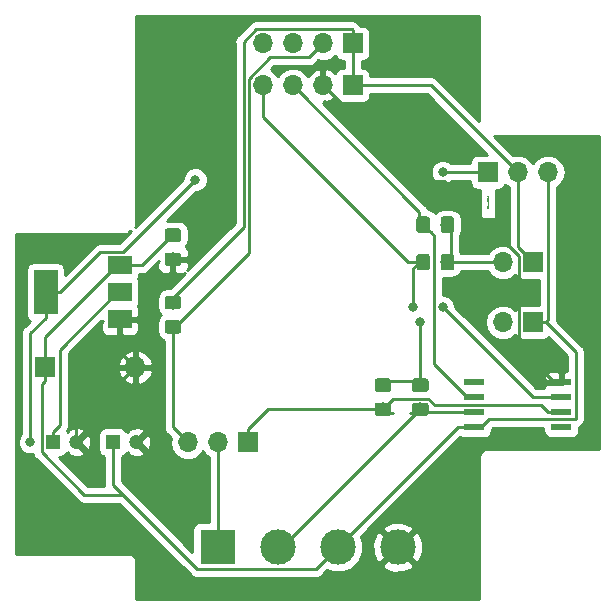
<source format=gbr>
G04 #@! TF.GenerationSoftware,KiCad,Pcbnew,(5.0.2)-1*
G04 #@! TF.CreationDate,2019-02-05T11:41:40+01:00*
G04 #@! TF.ProjectId,SensorPCB_V1.2,53656e73-6f72-4504-9342-5f56312e322e,rev?*
G04 #@! TF.SameCoordinates,Original*
G04 #@! TF.FileFunction,Copper,L1,Top*
G04 #@! TF.FilePolarity,Positive*
%FSLAX46Y46*%
G04 Gerber Fmt 4.6, Leading zero omitted, Abs format (unit mm)*
G04 Created by KiCad (PCBNEW (5.0.2)-1) date 05/02/2019 11:41:40*
%MOMM*%
%LPD*%
G01*
G04 APERTURE LIST*
G04 #@! TA.AperFunction,NonConductor*
%ADD10C,0.006350*%
G04 #@! TD*
G04 #@! TA.AperFunction,ComponentPad*
%ADD11C,3.000000*%
G04 #@! TD*
G04 #@! TA.AperFunction,ComponentPad*
%ADD12R,3.000000X3.000000*%
G04 #@! TD*
G04 #@! TA.AperFunction,ComponentPad*
%ADD13R,1.200000X1.200000*%
G04 #@! TD*
G04 #@! TA.AperFunction,ComponentPad*
%ADD14C,1.200000*%
G04 #@! TD*
G04 #@! TA.AperFunction,ComponentPad*
%ADD15R,1.700000X1.700000*%
G04 #@! TD*
G04 #@! TA.AperFunction,ComponentPad*
%ADD16O,1.700000X1.700000*%
G04 #@! TD*
G04 #@! TA.AperFunction,Conductor*
%ADD17C,0.100000*%
G04 #@! TD*
G04 #@! TA.AperFunction,SMDPad,CuDef*
%ADD18C,1.150000*%
G04 #@! TD*
G04 #@! TA.AperFunction,ComponentPad*
%ADD19R,1.800000X1.800000*%
G04 #@! TD*
G04 #@! TA.AperFunction,ComponentPad*
%ADD20O,1.800000X1.800000*%
G04 #@! TD*
G04 #@! TA.AperFunction,SMDPad,CuDef*
%ADD21R,1.750000X0.550000*%
G04 #@! TD*
G04 #@! TA.AperFunction,SMDPad,CuDef*
%ADD22R,2.000000X3.800000*%
G04 #@! TD*
G04 #@! TA.AperFunction,SMDPad,CuDef*
%ADD23R,2.000000X1.500000*%
G04 #@! TD*
G04 #@! TA.AperFunction,ViaPad*
%ADD24C,0.800000*%
G04 #@! TD*
G04 #@! TA.AperFunction,Conductor*
%ADD25C,0.250000*%
G04 #@! TD*
G04 #@! TA.AperFunction,Conductor*
%ADD26C,0.254000*%
G04 #@! TD*
G04 APERTURE END LIST*
D10*
X53302504Y-28662380D02*
X53318228Y-28662380D01*
X53309761Y-29043333D01*
X53313390Y-29043333D01*
X53315809Y-29090952D01*
X53317019Y-29138571D01*
X53318228Y-29233809D01*
X53318228Y-29471904D01*
X53317019Y-29567142D01*
X53315809Y-29614761D01*
X53313390Y-29662380D01*
X53306133Y-29662380D01*
X53303714Y-29614761D01*
X53302504Y-29567142D01*
X53329114Y-29567142D02*
X53330323Y-29614761D01*
X53329114Y-29662380D01*
X53327904Y-29614761D01*
X53329114Y-29567142D01*
X53329114Y-29662380D01*
X53338790Y-28662380D02*
X53354514Y-28662380D01*
X53346047Y-29043333D01*
X53349676Y-29043333D01*
X53352095Y-29090952D01*
X53353304Y-29138571D01*
X53354514Y-29233809D01*
X53354514Y-29471904D01*
X53353304Y-29567142D01*
X53352095Y-29614761D01*
X53349676Y-29662380D01*
X53342419Y-29662380D01*
X53340000Y-29614761D01*
X53338790Y-29567142D01*
X53361771Y-28662380D02*
X53370238Y-29662380D01*
X53378704Y-28662380D01*
D11*
G04 #@! TO.P,J2,2*
G04 #@! TO.N,Net-(J2-Pad2)*
X35560000Y-58420000D03*
G04 #@! TO.P,J2,3*
G04 #@! TO.N,VCC*
X40640000Y-58420000D03*
D12*
G04 #@! TO.P,J2,1*
G04 #@! TO.N,Net-(J1-Pad2)*
X30480000Y-58420000D03*
D11*
G04 #@! TO.P,J2,4*
G04 #@! TO.N,GND*
X45720000Y-58420000D03*
G04 #@! TD*
D13*
G04 #@! TO.P,C3,1*
G04 #@! TO.N,VCC*
X21590000Y-49530000D03*
D14*
G04 #@! TO.P,C3,2*
G04 #@! TO.N,GND*
X23590000Y-49530000D03*
G04 #@! TD*
D15*
G04 #@! TO.P,J1,1*
G04 #@! TO.N,Net-(J1-Pad1)*
X33020000Y-49530000D03*
D16*
G04 #@! TO.P,J1,2*
G04 #@! TO.N,Net-(J1-Pad2)*
X30480000Y-49530000D03*
G04 #@! TO.P,J1,3*
G04 #@! TO.N,/DHT*
X27940000Y-49530000D03*
G04 #@! TD*
D15*
G04 #@! TO.P,U2,1*
G04 #@! TO.N,Net-(J3-Pad2)*
X41910000Y-15748000D03*
D16*
G04 #@! TO.P,U2,2*
G04 #@! TO.N,/DHT*
X39370000Y-15748000D03*
G04 #@! TO.P,U2,3*
G04 #@! TO.N,N/C*
X36830000Y-15748000D03*
G04 #@! TO.P,U2,4*
G04 #@! TO.N,GND*
X34290000Y-15748000D03*
G04 #@! TD*
D15*
G04 #@! TO.P,J6,1*
G04 #@! TO.N,VCC*
X57150000Y-39370000D03*
D16*
G04 #@! TO.P,J6,2*
G04 #@! TO.N,Net-(J6-Pad2)*
X54610000Y-39370000D03*
G04 #@! TD*
D15*
G04 #@! TO.P,U1,1*
G04 #@! TO.N,Net-(J3-Pad2)*
X41910000Y-19304000D03*
D16*
G04 #@! TO.P,U1,2*
G04 #@! TO.N,GND*
X39370000Y-19304000D03*
G04 #@! TO.P,U1,3*
G04 #@! TO.N,Net-(R3-Pad2)*
X36830000Y-19304000D03*
G04 #@! TO.P,U1,4*
G04 #@! TO.N,Net-(R2-Pad2)*
X34290000Y-19304000D03*
G04 #@! TD*
D17*
G04 #@! TO.N,VCC*
G04 #@! TO.C,C2*
G36*
X27144505Y-31421204D02*
X27168773Y-31424804D01*
X27192572Y-31430765D01*
X27215671Y-31439030D01*
X27237850Y-31449520D01*
X27258893Y-31462132D01*
X27278599Y-31476747D01*
X27296777Y-31493223D01*
X27313253Y-31511401D01*
X27327868Y-31531107D01*
X27340480Y-31552150D01*
X27350970Y-31574329D01*
X27359235Y-31597428D01*
X27365196Y-31621227D01*
X27368796Y-31645495D01*
X27370000Y-31669999D01*
X27370000Y-32320001D01*
X27368796Y-32344505D01*
X27365196Y-32368773D01*
X27359235Y-32392572D01*
X27350970Y-32415671D01*
X27340480Y-32437850D01*
X27327868Y-32458893D01*
X27313253Y-32478599D01*
X27296777Y-32496777D01*
X27278599Y-32513253D01*
X27258893Y-32527868D01*
X27237850Y-32540480D01*
X27215671Y-32550970D01*
X27192572Y-32559235D01*
X27168773Y-32565196D01*
X27144505Y-32568796D01*
X27120001Y-32570000D01*
X26219999Y-32570000D01*
X26195495Y-32568796D01*
X26171227Y-32565196D01*
X26147428Y-32559235D01*
X26124329Y-32550970D01*
X26102150Y-32540480D01*
X26081107Y-32527868D01*
X26061401Y-32513253D01*
X26043223Y-32496777D01*
X26026747Y-32478599D01*
X26012132Y-32458893D01*
X25999520Y-32437850D01*
X25989030Y-32415671D01*
X25980765Y-32392572D01*
X25974804Y-32368773D01*
X25971204Y-32344505D01*
X25970000Y-32320001D01*
X25970000Y-31669999D01*
X25971204Y-31645495D01*
X25974804Y-31621227D01*
X25980765Y-31597428D01*
X25989030Y-31574329D01*
X25999520Y-31552150D01*
X26012132Y-31531107D01*
X26026747Y-31511401D01*
X26043223Y-31493223D01*
X26061401Y-31476747D01*
X26081107Y-31462132D01*
X26102150Y-31449520D01*
X26124329Y-31439030D01*
X26147428Y-31430765D01*
X26171227Y-31424804D01*
X26195495Y-31421204D01*
X26219999Y-31420000D01*
X27120001Y-31420000D01*
X27144505Y-31421204D01*
X27144505Y-31421204D01*
G37*
D18*
G04 #@! TD*
G04 #@! TO.P,C2,1*
G04 #@! TO.N,VCC*
X26670000Y-31995000D03*
D17*
G04 #@! TO.N,GND*
G04 #@! TO.C,C2*
G36*
X27144505Y-33471204D02*
X27168773Y-33474804D01*
X27192572Y-33480765D01*
X27215671Y-33489030D01*
X27237850Y-33499520D01*
X27258893Y-33512132D01*
X27278599Y-33526747D01*
X27296777Y-33543223D01*
X27313253Y-33561401D01*
X27327868Y-33581107D01*
X27340480Y-33602150D01*
X27350970Y-33624329D01*
X27359235Y-33647428D01*
X27365196Y-33671227D01*
X27368796Y-33695495D01*
X27370000Y-33719999D01*
X27370000Y-34370001D01*
X27368796Y-34394505D01*
X27365196Y-34418773D01*
X27359235Y-34442572D01*
X27350970Y-34465671D01*
X27340480Y-34487850D01*
X27327868Y-34508893D01*
X27313253Y-34528599D01*
X27296777Y-34546777D01*
X27278599Y-34563253D01*
X27258893Y-34577868D01*
X27237850Y-34590480D01*
X27215671Y-34600970D01*
X27192572Y-34609235D01*
X27168773Y-34615196D01*
X27144505Y-34618796D01*
X27120001Y-34620000D01*
X26219999Y-34620000D01*
X26195495Y-34618796D01*
X26171227Y-34615196D01*
X26147428Y-34609235D01*
X26124329Y-34600970D01*
X26102150Y-34590480D01*
X26081107Y-34577868D01*
X26061401Y-34563253D01*
X26043223Y-34546777D01*
X26026747Y-34528599D01*
X26012132Y-34508893D01*
X25999520Y-34487850D01*
X25989030Y-34465671D01*
X25980765Y-34442572D01*
X25974804Y-34418773D01*
X25971204Y-34394505D01*
X25970000Y-34370001D01*
X25970000Y-33719999D01*
X25971204Y-33695495D01*
X25974804Y-33671227D01*
X25980765Y-33647428D01*
X25989030Y-33624329D01*
X25999520Y-33602150D01*
X26012132Y-33581107D01*
X26026747Y-33561401D01*
X26043223Y-33543223D01*
X26061401Y-33526747D01*
X26081107Y-33512132D01*
X26102150Y-33499520D01*
X26124329Y-33489030D01*
X26147428Y-33480765D01*
X26171227Y-33474804D01*
X26195495Y-33471204D01*
X26219999Y-33470000D01*
X27120001Y-33470000D01*
X27144505Y-33471204D01*
X27144505Y-33471204D01*
G37*
D18*
G04 #@! TD*
G04 #@! TO.P,C2,2*
G04 #@! TO.N,GND*
X26670000Y-34045000D03*
D13*
G04 #@! TO.P,C1,1*
G04 #@! TO.N,Net-(C1-Pad1)*
X16510000Y-49530000D03*
D14*
G04 #@! TO.P,C1,2*
G04 #@! TO.N,GND*
X18510000Y-49530000D03*
G04 #@! TD*
D15*
G04 #@! TO.P,J5,1*
G04 #@! TO.N,Net-(J3-Pad2)*
X57150000Y-34290000D03*
D16*
G04 #@! TO.P,J5,2*
G04 #@! TO.N,Net-(J5-Pad2)*
X54610000Y-34290000D03*
G04 #@! TD*
D19*
G04 #@! TO.P,D1,1*
G04 #@! TO.N,VCC*
X15875000Y-43180000D03*
D20*
G04 #@! TO.P,D1,2*
G04 #@! TO.N,GND*
X23495000Y-43180000D03*
G04 #@! TD*
D21*
G04 #@! TO.P,U4,1*
G04 #@! TO.N,Net-(U4-Pad1)*
X59580000Y-48260000D03*
G04 #@! TO.P,U4,2*
G04 #@! TO.N,Net-(J1-Pad1)*
X59580000Y-46990000D03*
G04 #@! TO.P,U4,3*
G04 #@! TO.N,Net-(R2-Pad2)*
X59580000Y-45720000D03*
G04 #@! TO.P,U4,4*
G04 #@! TO.N,GND*
X59580000Y-44450000D03*
G04 #@! TO.P,U4,5*
G04 #@! TO.N,Net-(U4-Pad5)*
X52180000Y-44450000D03*
G04 #@! TO.P,U4,6*
G04 #@! TO.N,Net-(R3-Pad2)*
X52180000Y-45720000D03*
G04 #@! TO.P,U4,7*
G04 #@! TO.N,Net-(J2-Pad2)*
X52180000Y-46990000D03*
G04 #@! TO.P,U4,8*
G04 #@! TO.N,VCC*
X52180000Y-48260000D03*
G04 #@! TD*
D22*
G04 #@! TO.P,U3,2*
G04 #@! TO.N,Net-(C1-Pad1)*
X15900000Y-36830000D03*
D23*
X22200000Y-36830000D03*
G04 #@! TO.P,U3,3*
G04 #@! TO.N,VCC*
X22200000Y-34530000D03*
G04 #@! TO.P,U3,1*
G04 #@! TO.N,GND*
X22200000Y-39130000D03*
G04 #@! TD*
D17*
G04 #@! TO.N,Net-(J3-Pad2)*
G04 #@! TO.C,R1*
G36*
X27144505Y-37136204D02*
X27168773Y-37139804D01*
X27192572Y-37145765D01*
X27215671Y-37154030D01*
X27237850Y-37164520D01*
X27258893Y-37177132D01*
X27278599Y-37191747D01*
X27296777Y-37208223D01*
X27313253Y-37226401D01*
X27327868Y-37246107D01*
X27340480Y-37267150D01*
X27350970Y-37289329D01*
X27359235Y-37312428D01*
X27365196Y-37336227D01*
X27368796Y-37360495D01*
X27370000Y-37384999D01*
X27370000Y-38035001D01*
X27368796Y-38059505D01*
X27365196Y-38083773D01*
X27359235Y-38107572D01*
X27350970Y-38130671D01*
X27340480Y-38152850D01*
X27327868Y-38173893D01*
X27313253Y-38193599D01*
X27296777Y-38211777D01*
X27278599Y-38228253D01*
X27258893Y-38242868D01*
X27237850Y-38255480D01*
X27215671Y-38265970D01*
X27192572Y-38274235D01*
X27168773Y-38280196D01*
X27144505Y-38283796D01*
X27120001Y-38285000D01*
X26219999Y-38285000D01*
X26195495Y-38283796D01*
X26171227Y-38280196D01*
X26147428Y-38274235D01*
X26124329Y-38265970D01*
X26102150Y-38255480D01*
X26081107Y-38242868D01*
X26061401Y-38228253D01*
X26043223Y-38211777D01*
X26026747Y-38193599D01*
X26012132Y-38173893D01*
X25999520Y-38152850D01*
X25989030Y-38130671D01*
X25980765Y-38107572D01*
X25974804Y-38083773D01*
X25971204Y-38059505D01*
X25970000Y-38035001D01*
X25970000Y-37384999D01*
X25971204Y-37360495D01*
X25974804Y-37336227D01*
X25980765Y-37312428D01*
X25989030Y-37289329D01*
X25999520Y-37267150D01*
X26012132Y-37246107D01*
X26026747Y-37226401D01*
X26043223Y-37208223D01*
X26061401Y-37191747D01*
X26081107Y-37177132D01*
X26102150Y-37164520D01*
X26124329Y-37154030D01*
X26147428Y-37145765D01*
X26171227Y-37139804D01*
X26195495Y-37136204D01*
X26219999Y-37135000D01*
X27120001Y-37135000D01*
X27144505Y-37136204D01*
X27144505Y-37136204D01*
G37*
D18*
G04 #@! TD*
G04 #@! TO.P,R1,1*
G04 #@! TO.N,Net-(J3-Pad2)*
X26670000Y-37710000D03*
D17*
G04 #@! TO.N,/DHT*
G04 #@! TO.C,R1*
G36*
X27144505Y-39186204D02*
X27168773Y-39189804D01*
X27192572Y-39195765D01*
X27215671Y-39204030D01*
X27237850Y-39214520D01*
X27258893Y-39227132D01*
X27278599Y-39241747D01*
X27296777Y-39258223D01*
X27313253Y-39276401D01*
X27327868Y-39296107D01*
X27340480Y-39317150D01*
X27350970Y-39339329D01*
X27359235Y-39362428D01*
X27365196Y-39386227D01*
X27368796Y-39410495D01*
X27370000Y-39434999D01*
X27370000Y-40085001D01*
X27368796Y-40109505D01*
X27365196Y-40133773D01*
X27359235Y-40157572D01*
X27350970Y-40180671D01*
X27340480Y-40202850D01*
X27327868Y-40223893D01*
X27313253Y-40243599D01*
X27296777Y-40261777D01*
X27278599Y-40278253D01*
X27258893Y-40292868D01*
X27237850Y-40305480D01*
X27215671Y-40315970D01*
X27192572Y-40324235D01*
X27168773Y-40330196D01*
X27144505Y-40333796D01*
X27120001Y-40335000D01*
X26219999Y-40335000D01*
X26195495Y-40333796D01*
X26171227Y-40330196D01*
X26147428Y-40324235D01*
X26124329Y-40315970D01*
X26102150Y-40305480D01*
X26081107Y-40292868D01*
X26061401Y-40278253D01*
X26043223Y-40261777D01*
X26026747Y-40243599D01*
X26012132Y-40223893D01*
X25999520Y-40202850D01*
X25989030Y-40180671D01*
X25980765Y-40157572D01*
X25974804Y-40133773D01*
X25971204Y-40109505D01*
X25970000Y-40085001D01*
X25970000Y-39434999D01*
X25971204Y-39410495D01*
X25974804Y-39386227D01*
X25980765Y-39362428D01*
X25989030Y-39339329D01*
X25999520Y-39317150D01*
X26012132Y-39296107D01*
X26026747Y-39276401D01*
X26043223Y-39258223D01*
X26061401Y-39241747D01*
X26081107Y-39227132D01*
X26102150Y-39214520D01*
X26124329Y-39204030D01*
X26147428Y-39195765D01*
X26171227Y-39189804D01*
X26195495Y-39186204D01*
X26219999Y-39185000D01*
X27120001Y-39185000D01*
X27144505Y-39186204D01*
X27144505Y-39186204D01*
G37*
D18*
G04 #@! TD*
G04 #@! TO.P,R1,2*
G04 #@! TO.N,/DHT*
X26670000Y-39760000D03*
D17*
G04 #@! TO.N,Net-(R2-Pad2)*
G04 #@! TO.C,R2*
G36*
X48219505Y-33591204D02*
X48243773Y-33594804D01*
X48267572Y-33600765D01*
X48290671Y-33609030D01*
X48312850Y-33619520D01*
X48333893Y-33632132D01*
X48353599Y-33646747D01*
X48371777Y-33663223D01*
X48388253Y-33681401D01*
X48402868Y-33701107D01*
X48415480Y-33722150D01*
X48425970Y-33744329D01*
X48434235Y-33767428D01*
X48440196Y-33791227D01*
X48443796Y-33815495D01*
X48445000Y-33839999D01*
X48445000Y-34740001D01*
X48443796Y-34764505D01*
X48440196Y-34788773D01*
X48434235Y-34812572D01*
X48425970Y-34835671D01*
X48415480Y-34857850D01*
X48402868Y-34878893D01*
X48388253Y-34898599D01*
X48371777Y-34916777D01*
X48353599Y-34933253D01*
X48333893Y-34947868D01*
X48312850Y-34960480D01*
X48290671Y-34970970D01*
X48267572Y-34979235D01*
X48243773Y-34985196D01*
X48219505Y-34988796D01*
X48195001Y-34990000D01*
X47544999Y-34990000D01*
X47520495Y-34988796D01*
X47496227Y-34985196D01*
X47472428Y-34979235D01*
X47449329Y-34970970D01*
X47427150Y-34960480D01*
X47406107Y-34947868D01*
X47386401Y-34933253D01*
X47368223Y-34916777D01*
X47351747Y-34898599D01*
X47337132Y-34878893D01*
X47324520Y-34857850D01*
X47314030Y-34835671D01*
X47305765Y-34812572D01*
X47299804Y-34788773D01*
X47296204Y-34764505D01*
X47295000Y-34740001D01*
X47295000Y-33839999D01*
X47296204Y-33815495D01*
X47299804Y-33791227D01*
X47305765Y-33767428D01*
X47314030Y-33744329D01*
X47324520Y-33722150D01*
X47337132Y-33701107D01*
X47351747Y-33681401D01*
X47368223Y-33663223D01*
X47386401Y-33646747D01*
X47406107Y-33632132D01*
X47427150Y-33619520D01*
X47449329Y-33609030D01*
X47472428Y-33600765D01*
X47496227Y-33594804D01*
X47520495Y-33591204D01*
X47544999Y-33590000D01*
X48195001Y-33590000D01*
X48219505Y-33591204D01*
X48219505Y-33591204D01*
G37*
D18*
G04 #@! TD*
G04 #@! TO.P,R2,2*
G04 #@! TO.N,Net-(R2-Pad2)*
X47870000Y-34290000D03*
D17*
G04 #@! TO.N,Net-(J5-Pad2)*
G04 #@! TO.C,R2*
G36*
X50269505Y-33591204D02*
X50293773Y-33594804D01*
X50317572Y-33600765D01*
X50340671Y-33609030D01*
X50362850Y-33619520D01*
X50383893Y-33632132D01*
X50403599Y-33646747D01*
X50421777Y-33663223D01*
X50438253Y-33681401D01*
X50452868Y-33701107D01*
X50465480Y-33722150D01*
X50475970Y-33744329D01*
X50484235Y-33767428D01*
X50490196Y-33791227D01*
X50493796Y-33815495D01*
X50495000Y-33839999D01*
X50495000Y-34740001D01*
X50493796Y-34764505D01*
X50490196Y-34788773D01*
X50484235Y-34812572D01*
X50475970Y-34835671D01*
X50465480Y-34857850D01*
X50452868Y-34878893D01*
X50438253Y-34898599D01*
X50421777Y-34916777D01*
X50403599Y-34933253D01*
X50383893Y-34947868D01*
X50362850Y-34960480D01*
X50340671Y-34970970D01*
X50317572Y-34979235D01*
X50293773Y-34985196D01*
X50269505Y-34988796D01*
X50245001Y-34990000D01*
X49594999Y-34990000D01*
X49570495Y-34988796D01*
X49546227Y-34985196D01*
X49522428Y-34979235D01*
X49499329Y-34970970D01*
X49477150Y-34960480D01*
X49456107Y-34947868D01*
X49436401Y-34933253D01*
X49418223Y-34916777D01*
X49401747Y-34898599D01*
X49387132Y-34878893D01*
X49374520Y-34857850D01*
X49364030Y-34835671D01*
X49355765Y-34812572D01*
X49349804Y-34788773D01*
X49346204Y-34764505D01*
X49345000Y-34740001D01*
X49345000Y-33839999D01*
X49346204Y-33815495D01*
X49349804Y-33791227D01*
X49355765Y-33767428D01*
X49364030Y-33744329D01*
X49374520Y-33722150D01*
X49387132Y-33701107D01*
X49401747Y-33681401D01*
X49418223Y-33663223D01*
X49436401Y-33646747D01*
X49456107Y-33632132D01*
X49477150Y-33619520D01*
X49499329Y-33609030D01*
X49522428Y-33600765D01*
X49546227Y-33594804D01*
X49570495Y-33591204D01*
X49594999Y-33590000D01*
X50245001Y-33590000D01*
X50269505Y-33591204D01*
X50269505Y-33591204D01*
G37*
D18*
G04 #@! TD*
G04 #@! TO.P,R2,1*
G04 #@! TO.N,Net-(J5-Pad2)*
X49920000Y-34290000D03*
D17*
G04 #@! TO.N,Net-(J5-Pad2)*
G04 #@! TO.C,R3*
G36*
X50269505Y-30416204D02*
X50293773Y-30419804D01*
X50317572Y-30425765D01*
X50340671Y-30434030D01*
X50362850Y-30444520D01*
X50383893Y-30457132D01*
X50403599Y-30471747D01*
X50421777Y-30488223D01*
X50438253Y-30506401D01*
X50452868Y-30526107D01*
X50465480Y-30547150D01*
X50475970Y-30569329D01*
X50484235Y-30592428D01*
X50490196Y-30616227D01*
X50493796Y-30640495D01*
X50495000Y-30664999D01*
X50495000Y-31565001D01*
X50493796Y-31589505D01*
X50490196Y-31613773D01*
X50484235Y-31637572D01*
X50475970Y-31660671D01*
X50465480Y-31682850D01*
X50452868Y-31703893D01*
X50438253Y-31723599D01*
X50421777Y-31741777D01*
X50403599Y-31758253D01*
X50383893Y-31772868D01*
X50362850Y-31785480D01*
X50340671Y-31795970D01*
X50317572Y-31804235D01*
X50293773Y-31810196D01*
X50269505Y-31813796D01*
X50245001Y-31815000D01*
X49594999Y-31815000D01*
X49570495Y-31813796D01*
X49546227Y-31810196D01*
X49522428Y-31804235D01*
X49499329Y-31795970D01*
X49477150Y-31785480D01*
X49456107Y-31772868D01*
X49436401Y-31758253D01*
X49418223Y-31741777D01*
X49401747Y-31723599D01*
X49387132Y-31703893D01*
X49374520Y-31682850D01*
X49364030Y-31660671D01*
X49355765Y-31637572D01*
X49349804Y-31613773D01*
X49346204Y-31589505D01*
X49345000Y-31565001D01*
X49345000Y-30664999D01*
X49346204Y-30640495D01*
X49349804Y-30616227D01*
X49355765Y-30592428D01*
X49364030Y-30569329D01*
X49374520Y-30547150D01*
X49387132Y-30526107D01*
X49401747Y-30506401D01*
X49418223Y-30488223D01*
X49436401Y-30471747D01*
X49456107Y-30457132D01*
X49477150Y-30444520D01*
X49499329Y-30434030D01*
X49522428Y-30425765D01*
X49546227Y-30419804D01*
X49570495Y-30416204D01*
X49594999Y-30415000D01*
X50245001Y-30415000D01*
X50269505Y-30416204D01*
X50269505Y-30416204D01*
G37*
D18*
G04 #@! TD*
G04 #@! TO.P,R3,1*
G04 #@! TO.N,Net-(J5-Pad2)*
X49920000Y-31115000D03*
D17*
G04 #@! TO.N,Net-(R3-Pad2)*
G04 #@! TO.C,R3*
G36*
X48219505Y-30416204D02*
X48243773Y-30419804D01*
X48267572Y-30425765D01*
X48290671Y-30434030D01*
X48312850Y-30444520D01*
X48333893Y-30457132D01*
X48353599Y-30471747D01*
X48371777Y-30488223D01*
X48388253Y-30506401D01*
X48402868Y-30526107D01*
X48415480Y-30547150D01*
X48425970Y-30569329D01*
X48434235Y-30592428D01*
X48440196Y-30616227D01*
X48443796Y-30640495D01*
X48445000Y-30664999D01*
X48445000Y-31565001D01*
X48443796Y-31589505D01*
X48440196Y-31613773D01*
X48434235Y-31637572D01*
X48425970Y-31660671D01*
X48415480Y-31682850D01*
X48402868Y-31703893D01*
X48388253Y-31723599D01*
X48371777Y-31741777D01*
X48353599Y-31758253D01*
X48333893Y-31772868D01*
X48312850Y-31785480D01*
X48290671Y-31795970D01*
X48267572Y-31804235D01*
X48243773Y-31810196D01*
X48219505Y-31813796D01*
X48195001Y-31815000D01*
X47544999Y-31815000D01*
X47520495Y-31813796D01*
X47496227Y-31810196D01*
X47472428Y-31804235D01*
X47449329Y-31795970D01*
X47427150Y-31785480D01*
X47406107Y-31772868D01*
X47386401Y-31758253D01*
X47368223Y-31741777D01*
X47351747Y-31723599D01*
X47337132Y-31703893D01*
X47324520Y-31682850D01*
X47314030Y-31660671D01*
X47305765Y-31637572D01*
X47299804Y-31613773D01*
X47296204Y-31589505D01*
X47295000Y-31565001D01*
X47295000Y-30664999D01*
X47296204Y-30640495D01*
X47299804Y-30616227D01*
X47305765Y-30592428D01*
X47314030Y-30569329D01*
X47324520Y-30547150D01*
X47337132Y-30526107D01*
X47351747Y-30506401D01*
X47368223Y-30488223D01*
X47386401Y-30471747D01*
X47406107Y-30457132D01*
X47427150Y-30444520D01*
X47449329Y-30434030D01*
X47472428Y-30425765D01*
X47496227Y-30419804D01*
X47520495Y-30416204D01*
X47544999Y-30415000D01*
X48195001Y-30415000D01*
X48219505Y-30416204D01*
X48219505Y-30416204D01*
G37*
D18*
G04 #@! TD*
G04 #@! TO.P,R3,2*
G04 #@! TO.N,Net-(R3-Pad2)*
X47870000Y-31115000D03*
D17*
G04 #@! TO.N,Net-(J1-Pad1)*
G04 #@! TO.C,R4*
G36*
X44924505Y-46171204D02*
X44948773Y-46174804D01*
X44972572Y-46180765D01*
X44995671Y-46189030D01*
X45017850Y-46199520D01*
X45038893Y-46212132D01*
X45058599Y-46226747D01*
X45076777Y-46243223D01*
X45093253Y-46261401D01*
X45107868Y-46281107D01*
X45120480Y-46302150D01*
X45130970Y-46324329D01*
X45139235Y-46347428D01*
X45145196Y-46371227D01*
X45148796Y-46395495D01*
X45150000Y-46419999D01*
X45150000Y-47070001D01*
X45148796Y-47094505D01*
X45145196Y-47118773D01*
X45139235Y-47142572D01*
X45130970Y-47165671D01*
X45120480Y-47187850D01*
X45107868Y-47208893D01*
X45093253Y-47228599D01*
X45076777Y-47246777D01*
X45058599Y-47263253D01*
X45038893Y-47277868D01*
X45017850Y-47290480D01*
X44995671Y-47300970D01*
X44972572Y-47309235D01*
X44948773Y-47315196D01*
X44924505Y-47318796D01*
X44900001Y-47320000D01*
X43999999Y-47320000D01*
X43975495Y-47318796D01*
X43951227Y-47315196D01*
X43927428Y-47309235D01*
X43904329Y-47300970D01*
X43882150Y-47290480D01*
X43861107Y-47277868D01*
X43841401Y-47263253D01*
X43823223Y-47246777D01*
X43806747Y-47228599D01*
X43792132Y-47208893D01*
X43779520Y-47187850D01*
X43769030Y-47165671D01*
X43760765Y-47142572D01*
X43754804Y-47118773D01*
X43751204Y-47094505D01*
X43750000Y-47070001D01*
X43750000Y-46419999D01*
X43751204Y-46395495D01*
X43754804Y-46371227D01*
X43760765Y-46347428D01*
X43769030Y-46324329D01*
X43779520Y-46302150D01*
X43792132Y-46281107D01*
X43806747Y-46261401D01*
X43823223Y-46243223D01*
X43841401Y-46226747D01*
X43861107Y-46212132D01*
X43882150Y-46199520D01*
X43904329Y-46189030D01*
X43927428Y-46180765D01*
X43951227Y-46174804D01*
X43975495Y-46171204D01*
X43999999Y-46170000D01*
X44900001Y-46170000D01*
X44924505Y-46171204D01*
X44924505Y-46171204D01*
G37*
D18*
G04 #@! TD*
G04 #@! TO.P,R4,2*
G04 #@! TO.N,Net-(J1-Pad1)*
X44450000Y-46745000D03*
D17*
G04 #@! TO.N,Net-(J6-Pad2)*
G04 #@! TO.C,R4*
G36*
X44924505Y-44121204D02*
X44948773Y-44124804D01*
X44972572Y-44130765D01*
X44995671Y-44139030D01*
X45017850Y-44149520D01*
X45038893Y-44162132D01*
X45058599Y-44176747D01*
X45076777Y-44193223D01*
X45093253Y-44211401D01*
X45107868Y-44231107D01*
X45120480Y-44252150D01*
X45130970Y-44274329D01*
X45139235Y-44297428D01*
X45145196Y-44321227D01*
X45148796Y-44345495D01*
X45150000Y-44369999D01*
X45150000Y-45020001D01*
X45148796Y-45044505D01*
X45145196Y-45068773D01*
X45139235Y-45092572D01*
X45130970Y-45115671D01*
X45120480Y-45137850D01*
X45107868Y-45158893D01*
X45093253Y-45178599D01*
X45076777Y-45196777D01*
X45058599Y-45213253D01*
X45038893Y-45227868D01*
X45017850Y-45240480D01*
X44995671Y-45250970D01*
X44972572Y-45259235D01*
X44948773Y-45265196D01*
X44924505Y-45268796D01*
X44900001Y-45270000D01*
X43999999Y-45270000D01*
X43975495Y-45268796D01*
X43951227Y-45265196D01*
X43927428Y-45259235D01*
X43904329Y-45250970D01*
X43882150Y-45240480D01*
X43861107Y-45227868D01*
X43841401Y-45213253D01*
X43823223Y-45196777D01*
X43806747Y-45178599D01*
X43792132Y-45158893D01*
X43779520Y-45137850D01*
X43769030Y-45115671D01*
X43760765Y-45092572D01*
X43754804Y-45068773D01*
X43751204Y-45044505D01*
X43750000Y-45020001D01*
X43750000Y-44369999D01*
X43751204Y-44345495D01*
X43754804Y-44321227D01*
X43760765Y-44297428D01*
X43769030Y-44274329D01*
X43779520Y-44252150D01*
X43792132Y-44231107D01*
X43806747Y-44211401D01*
X43823223Y-44193223D01*
X43841401Y-44176747D01*
X43861107Y-44162132D01*
X43882150Y-44149520D01*
X43904329Y-44139030D01*
X43927428Y-44130765D01*
X43951227Y-44124804D01*
X43975495Y-44121204D01*
X43999999Y-44120000D01*
X44900001Y-44120000D01*
X44924505Y-44121204D01*
X44924505Y-44121204D01*
G37*
D18*
G04 #@! TD*
G04 #@! TO.P,R4,1*
G04 #@! TO.N,Net-(J6-Pad2)*
X44450000Y-44695000D03*
D17*
G04 #@! TO.N,Net-(J6-Pad2)*
G04 #@! TO.C,R5*
G36*
X48099505Y-44121204D02*
X48123773Y-44124804D01*
X48147572Y-44130765D01*
X48170671Y-44139030D01*
X48192850Y-44149520D01*
X48213893Y-44162132D01*
X48233599Y-44176747D01*
X48251777Y-44193223D01*
X48268253Y-44211401D01*
X48282868Y-44231107D01*
X48295480Y-44252150D01*
X48305970Y-44274329D01*
X48314235Y-44297428D01*
X48320196Y-44321227D01*
X48323796Y-44345495D01*
X48325000Y-44369999D01*
X48325000Y-45020001D01*
X48323796Y-45044505D01*
X48320196Y-45068773D01*
X48314235Y-45092572D01*
X48305970Y-45115671D01*
X48295480Y-45137850D01*
X48282868Y-45158893D01*
X48268253Y-45178599D01*
X48251777Y-45196777D01*
X48233599Y-45213253D01*
X48213893Y-45227868D01*
X48192850Y-45240480D01*
X48170671Y-45250970D01*
X48147572Y-45259235D01*
X48123773Y-45265196D01*
X48099505Y-45268796D01*
X48075001Y-45270000D01*
X47174999Y-45270000D01*
X47150495Y-45268796D01*
X47126227Y-45265196D01*
X47102428Y-45259235D01*
X47079329Y-45250970D01*
X47057150Y-45240480D01*
X47036107Y-45227868D01*
X47016401Y-45213253D01*
X46998223Y-45196777D01*
X46981747Y-45178599D01*
X46967132Y-45158893D01*
X46954520Y-45137850D01*
X46944030Y-45115671D01*
X46935765Y-45092572D01*
X46929804Y-45068773D01*
X46926204Y-45044505D01*
X46925000Y-45020001D01*
X46925000Y-44369999D01*
X46926204Y-44345495D01*
X46929804Y-44321227D01*
X46935765Y-44297428D01*
X46944030Y-44274329D01*
X46954520Y-44252150D01*
X46967132Y-44231107D01*
X46981747Y-44211401D01*
X46998223Y-44193223D01*
X47016401Y-44176747D01*
X47036107Y-44162132D01*
X47057150Y-44149520D01*
X47079329Y-44139030D01*
X47102428Y-44130765D01*
X47126227Y-44124804D01*
X47150495Y-44121204D01*
X47174999Y-44120000D01*
X48075001Y-44120000D01*
X48099505Y-44121204D01*
X48099505Y-44121204D01*
G37*
D18*
G04 #@! TD*
G04 #@! TO.P,R5,1*
G04 #@! TO.N,Net-(J6-Pad2)*
X47625000Y-44695000D03*
D17*
G04 #@! TO.N,Net-(J2-Pad2)*
G04 #@! TO.C,R5*
G36*
X48099505Y-46171204D02*
X48123773Y-46174804D01*
X48147572Y-46180765D01*
X48170671Y-46189030D01*
X48192850Y-46199520D01*
X48213893Y-46212132D01*
X48233599Y-46226747D01*
X48251777Y-46243223D01*
X48268253Y-46261401D01*
X48282868Y-46281107D01*
X48295480Y-46302150D01*
X48305970Y-46324329D01*
X48314235Y-46347428D01*
X48320196Y-46371227D01*
X48323796Y-46395495D01*
X48325000Y-46419999D01*
X48325000Y-47070001D01*
X48323796Y-47094505D01*
X48320196Y-47118773D01*
X48314235Y-47142572D01*
X48305970Y-47165671D01*
X48295480Y-47187850D01*
X48282868Y-47208893D01*
X48268253Y-47228599D01*
X48251777Y-47246777D01*
X48233599Y-47263253D01*
X48213893Y-47277868D01*
X48192850Y-47290480D01*
X48170671Y-47300970D01*
X48147572Y-47309235D01*
X48123773Y-47315196D01*
X48099505Y-47318796D01*
X48075001Y-47320000D01*
X47174999Y-47320000D01*
X47150495Y-47318796D01*
X47126227Y-47315196D01*
X47102428Y-47309235D01*
X47079329Y-47300970D01*
X47057150Y-47290480D01*
X47036107Y-47277868D01*
X47016401Y-47263253D01*
X46998223Y-47246777D01*
X46981747Y-47228599D01*
X46967132Y-47208893D01*
X46954520Y-47187850D01*
X46944030Y-47165671D01*
X46935765Y-47142572D01*
X46929804Y-47118773D01*
X46926204Y-47094505D01*
X46925000Y-47070001D01*
X46925000Y-46419999D01*
X46926204Y-46395495D01*
X46929804Y-46371227D01*
X46935765Y-46347428D01*
X46944030Y-46324329D01*
X46954520Y-46302150D01*
X46967132Y-46281107D01*
X46981747Y-46261401D01*
X46998223Y-46243223D01*
X47016401Y-46226747D01*
X47036107Y-46212132D01*
X47057150Y-46199520D01*
X47079329Y-46189030D01*
X47102428Y-46180765D01*
X47126227Y-46174804D01*
X47150495Y-46171204D01*
X47174999Y-46170000D01*
X48075001Y-46170000D01*
X48099505Y-46171204D01*
X48099505Y-46171204D01*
G37*
D18*
G04 #@! TD*
G04 #@! TO.P,R5,2*
G04 #@! TO.N,Net-(J2-Pad2)*
X47625000Y-46745000D03*
D15*
G04 #@! TO.P,J3,1*
G04 #@! TO.N,Net-(C1-Pad1)*
X53340000Y-26670000D03*
D16*
G04 #@! TO.P,J3,2*
G04 #@! TO.N,Net-(J3-Pad2)*
X55880000Y-26670000D03*
G04 #@! TO.P,J3,3*
G04 #@! TO.N,VCC*
X58420000Y-26670000D03*
G04 #@! TD*
D24*
G04 #@! TO.N,Net-(C1-Pad1)*
X28575000Y-27305000D03*
X49530000Y-26670000D03*
X14605000Y-49530000D03*
G04 #@! TO.N,Net-(R2-Pad2)*
X49530000Y-38100000D03*
X46990000Y-38100000D03*
G04 #@! TO.N,Net-(J6-Pad2)*
X47625000Y-39370000D03*
G04 #@! TD*
D25*
G04 #@! TO.N,Net-(C1-Pad1)*
X16510000Y-49530000D02*
X16510000Y-48680000D01*
X49530000Y-26670000D02*
X53340000Y-26670000D01*
X17150000Y-36830000D02*
X15900000Y-36830000D01*
X20525001Y-33454999D02*
X17150000Y-36830000D01*
X28575000Y-27305000D02*
X22425001Y-33454999D01*
X22425001Y-33454999D02*
X20525001Y-33454999D01*
X21950000Y-36830000D02*
X22200000Y-36830000D01*
X17100001Y-41679999D02*
X21950000Y-36830000D01*
X16510000Y-48680000D02*
X17100001Y-48089999D01*
X17100001Y-48089999D02*
X17100001Y-41679999D01*
X14605000Y-40275000D02*
X14605000Y-49530000D01*
X15900000Y-36830000D02*
X15900000Y-38980000D01*
X15900000Y-38980000D02*
X14605000Y-40275000D01*
G04 #@! TO.N,VCC*
X26670000Y-31895000D02*
X26670000Y-31770000D01*
X22200000Y-34530000D02*
X24035000Y-34530000D01*
X24035000Y-34530000D02*
X26670000Y-31895000D01*
X58250000Y-39370000D02*
X57150000Y-39370000D01*
X52780000Y-48260000D02*
X53449999Y-47590001D01*
X52180000Y-48260000D02*
X52780000Y-48260000D01*
X53449999Y-47590001D02*
X60715001Y-47590001D01*
X60715001Y-47590001D02*
X60780001Y-47525001D01*
X60780001Y-47525001D02*
X60780001Y-41900001D01*
X60780001Y-41900001D02*
X58250000Y-39370000D01*
X21950000Y-34530000D02*
X22200000Y-34530000D01*
X15875000Y-43180000D02*
X15875000Y-40605000D01*
X15875000Y-40605000D02*
X21950000Y-34530000D01*
X58420000Y-39200000D02*
X58250000Y-39370000D01*
X58420000Y-26670000D02*
X58420000Y-39200000D01*
X50800000Y-48260000D02*
X40640000Y-58420000D01*
X52180000Y-48260000D02*
X50800000Y-48260000D01*
X39140001Y-59919999D02*
X40640000Y-58420000D01*
X38814999Y-60245001D02*
X39140001Y-59919999D01*
X28719999Y-60245001D02*
X38814999Y-60245001D01*
X21590000Y-49530000D02*
X21590000Y-53115002D01*
X19169998Y-53975000D02*
X22449998Y-53975000D01*
X22449998Y-53975000D02*
X28719999Y-60245001D01*
X21590000Y-53115002D02*
X22449998Y-53975000D01*
X15875000Y-43180000D02*
X15875000Y-44330000D01*
X15875000Y-44330000D02*
X15584999Y-44620001D01*
X15584999Y-44620001D02*
X15584999Y-50390001D01*
X15584999Y-50390001D02*
X19169998Y-53975000D01*
G04 #@! TO.N,GND*
X22200000Y-41885000D02*
X23495000Y-43180000D01*
X22200000Y-39130000D02*
X22200000Y-41885000D01*
X40219999Y-20153999D02*
X39370000Y-19304000D01*
X58980000Y-44450000D02*
X55974999Y-41444999D01*
X59580000Y-44450000D02*
X58980000Y-44450000D01*
X55974999Y-41444999D02*
X55974999Y-33751409D01*
X55974999Y-33751409D02*
X49618591Y-27395001D01*
X49618591Y-27395001D02*
X47461001Y-27395001D01*
X47461001Y-27395001D02*
X40219999Y-20153999D01*
X18510000Y-48165000D02*
X23495000Y-43180000D01*
X18510000Y-49530000D02*
X18510000Y-48165000D01*
G04 #@! TO.N,Net-(R2-Pad2)*
X59580000Y-45720000D02*
X57150000Y-45720000D01*
X57150000Y-45720000D02*
X49530000Y-38100000D01*
X46990000Y-34845000D02*
X47545000Y-34290000D01*
X46990000Y-38100000D02*
X46990000Y-34845000D01*
X34290000Y-20506081D02*
X34290000Y-19304000D01*
X34290000Y-22035000D02*
X34290000Y-20506081D01*
X47545000Y-34290000D02*
X46545000Y-34290000D01*
X46545000Y-34290000D02*
X34290000Y-22035000D01*
G04 #@! TO.N,Net-(R3-Pad2)*
X47545000Y-30019000D02*
X36830000Y-19304000D01*
X47545000Y-31115000D02*
X47545000Y-30019000D01*
X48493372Y-31738372D02*
X47870000Y-31115000D01*
X48804999Y-32049999D02*
X48493372Y-31738372D01*
X48804999Y-42944999D02*
X48804999Y-32049999D01*
X51580000Y-45720000D02*
X48804999Y-42944999D01*
X52180000Y-45720000D02*
X51580000Y-45720000D01*
G04 #@! TO.N,Net-(J6-Pad2)*
X44450000Y-44370000D02*
X47625000Y-44370000D01*
X47625000Y-44370000D02*
X47625000Y-39370000D01*
G04 #@! TO.N,Net-(J5-Pad2)*
X50245000Y-34290000D02*
X50245000Y-31115000D01*
X54610000Y-34290000D02*
X54864000Y-34036000D01*
X50245000Y-34290000D02*
X54610000Y-34290000D01*
G04 #@! TO.N,Net-(J3-Pad2)*
X41990000Y-19384000D02*
X41910000Y-19304000D01*
X41910000Y-15748000D02*
X41910000Y-19304000D01*
X48514000Y-19304000D02*
X55880000Y-26670000D01*
X41910000Y-19304000D02*
X48514000Y-19304000D01*
X55880000Y-33020000D02*
X57150000Y-34290000D01*
X55880000Y-26670000D02*
X55880000Y-33020000D01*
X41910000Y-14648000D02*
X41910000Y-15748000D01*
X26670000Y-37285000D02*
X32664989Y-31290011D01*
X26670000Y-37385000D02*
X26670000Y-37285000D01*
X32664989Y-31290011D02*
X32664989Y-15634009D01*
X32664989Y-15634009D02*
X33725999Y-14572999D01*
X33725999Y-14572999D02*
X41834999Y-14572999D01*
X41834999Y-14572999D02*
X41910000Y-14648000D01*
G04 #@! TO.N,Net-(J2-Pad2)*
X47705000Y-46990000D02*
X47625000Y-47070000D01*
X52180000Y-46990000D02*
X47705000Y-46990000D01*
X35375000Y-58420000D02*
X35141320Y-58420000D01*
X47625000Y-47070000D02*
X46725000Y-47070000D01*
X35950000Y-58420000D02*
X35560000Y-58420000D01*
X47625000Y-46745000D02*
X35950000Y-58420000D01*
G04 #@! TO.N,Net-(J1-Pad2)*
X30480000Y-49530000D02*
X30480000Y-58420000D01*
G04 #@! TO.N,Net-(J1-Pad1)*
X45350000Y-47070000D02*
X44450000Y-47070000D01*
X45073372Y-46121628D02*
X44450000Y-46745000D01*
X45350010Y-45844990D02*
X45073372Y-46121628D01*
X48313180Y-45844990D02*
X45350010Y-45844990D01*
X48858189Y-46389999D02*
X48313180Y-45844990D01*
X57854999Y-46389999D02*
X48858189Y-46389999D01*
X58455000Y-46990000D02*
X57854999Y-46389999D01*
X59580000Y-46990000D02*
X58455000Y-46990000D01*
X33020000Y-48430000D02*
X33020000Y-49530000D01*
X44450000Y-46745000D02*
X34705000Y-46745000D01*
X34705000Y-46745000D02*
X33020000Y-48430000D01*
G04 #@! TO.N,/DHT*
X26670000Y-39985000D02*
X33114999Y-33540001D01*
X33114999Y-33540001D02*
X33114999Y-18739999D01*
X26670000Y-40085000D02*
X26670000Y-39985000D01*
X33114999Y-18739999D02*
X34931997Y-16923001D01*
X34931997Y-16923001D02*
X38194999Y-16923001D01*
X38520001Y-16597999D02*
X39370000Y-15748000D01*
X38194999Y-16923001D02*
X38520001Y-16597999D01*
X26670000Y-48260000D02*
X27940000Y-49530000D01*
X26670000Y-39760000D02*
X26670000Y-48260000D01*
G04 #@! TD*
D26*
G04 #@! TO.N,GND*
G36*
X62790001Y-50090000D02*
X53409925Y-50090000D01*
X53340000Y-50076091D01*
X53270074Y-50090000D01*
X53062972Y-50131195D01*
X52828119Y-50288119D01*
X52671195Y-50522972D01*
X52616091Y-50800000D01*
X52630000Y-50869926D01*
X52630001Y-62790000D01*
X23570000Y-62790000D01*
X23570000Y-59759925D01*
X23583909Y-59690000D01*
X23528805Y-59412972D01*
X23371881Y-59178119D01*
X23137028Y-59021195D01*
X22929926Y-58980000D01*
X22860000Y-58966091D01*
X22790075Y-58980000D01*
X13410000Y-58980000D01*
X13410000Y-31877000D01*
X22860000Y-31877000D01*
X22908601Y-31867333D01*
X22949803Y-31839803D01*
X22977333Y-31798601D01*
X22987000Y-31750000D01*
X22987000Y-31686647D01*
X23137028Y-31656805D01*
X23171281Y-31633918D01*
X22110200Y-32694999D01*
X20599847Y-32694999D01*
X20525000Y-32680111D01*
X20450153Y-32694999D01*
X20450149Y-32694999D01*
X20228464Y-32739095D01*
X19977072Y-32907070D01*
X19934672Y-32970526D01*
X17547440Y-35357759D01*
X17547440Y-34930000D01*
X17498157Y-34682235D01*
X17357809Y-34472191D01*
X17147765Y-34331843D01*
X16900000Y-34282560D01*
X14900000Y-34282560D01*
X14652235Y-34331843D01*
X14442191Y-34472191D01*
X14301843Y-34682235D01*
X14252560Y-34930000D01*
X14252560Y-38730000D01*
X14301843Y-38977765D01*
X14442191Y-39187809D01*
X14547215Y-39257984D01*
X14120530Y-39684669D01*
X14057071Y-39727071D01*
X13889096Y-39978464D01*
X13845000Y-40200149D01*
X13845000Y-40200153D01*
X13830112Y-40275000D01*
X13845000Y-40349847D01*
X13845001Y-48826288D01*
X13727569Y-48943720D01*
X13570000Y-49324126D01*
X13570000Y-49735874D01*
X13727569Y-50116280D01*
X14018720Y-50407431D01*
X14399126Y-50565000D01*
X14810874Y-50565000D01*
X14842329Y-50551971D01*
X14869096Y-50686538D01*
X14909818Y-50747482D01*
X15037071Y-50937930D01*
X15100527Y-50980330D01*
X18579668Y-54459472D01*
X18622069Y-54522929D01*
X18873461Y-54690904D01*
X19095146Y-54735000D01*
X19095150Y-54735000D01*
X19169997Y-54749888D01*
X19244844Y-54735000D01*
X22135197Y-54735000D01*
X28129672Y-60729477D01*
X28172070Y-60792930D01*
X28235523Y-60835328D01*
X28235525Y-60835330D01*
X28360901Y-60919103D01*
X28423462Y-60960905D01*
X28645147Y-61005001D01*
X28645151Y-61005001D01*
X28719998Y-61019889D01*
X28794845Y-61005001D01*
X38740152Y-61005001D01*
X38814999Y-61019889D01*
X38889846Y-61005001D01*
X38889851Y-61005001D01*
X39111536Y-60960905D01*
X39362928Y-60792930D01*
X39405330Y-60729471D01*
X39765941Y-60368860D01*
X40215322Y-60555000D01*
X41064678Y-60555000D01*
X41849380Y-60229966D01*
X42145376Y-59933970D01*
X44385635Y-59933970D01*
X44545418Y-60252739D01*
X45336187Y-60562723D01*
X46185387Y-60546497D01*
X46894582Y-60252739D01*
X47054365Y-59933970D01*
X45720000Y-58599605D01*
X44385635Y-59933970D01*
X42145376Y-59933970D01*
X42449966Y-59629380D01*
X42775000Y-58844678D01*
X42775000Y-58036187D01*
X43577277Y-58036187D01*
X43593503Y-58885387D01*
X43887261Y-59594582D01*
X44206030Y-59754365D01*
X45540395Y-58420000D01*
X45899605Y-58420000D01*
X47233970Y-59754365D01*
X47552739Y-59594582D01*
X47862723Y-58803813D01*
X47846497Y-57954613D01*
X47552739Y-57245418D01*
X47233970Y-57085635D01*
X45899605Y-58420000D01*
X45540395Y-58420000D01*
X44206030Y-57085635D01*
X43887261Y-57245418D01*
X43577277Y-58036187D01*
X42775000Y-58036187D01*
X42775000Y-57995322D01*
X42588860Y-57545941D01*
X43228771Y-56906030D01*
X44385635Y-56906030D01*
X45720000Y-58240395D01*
X47054365Y-56906030D01*
X46894582Y-56587261D01*
X46103813Y-56277277D01*
X45254613Y-56293503D01*
X44545418Y-56587261D01*
X44385635Y-56906030D01*
X43228771Y-56906030D01*
X51023911Y-49110891D01*
X51057235Y-49133157D01*
X51305000Y-49182440D01*
X53055000Y-49182440D01*
X53302765Y-49133157D01*
X53512809Y-48992809D01*
X53653157Y-48782765D01*
X53702440Y-48535000D01*
X53702440Y-48412362D01*
X53764801Y-48350001D01*
X58057560Y-48350001D01*
X58057560Y-48535000D01*
X58106843Y-48782765D01*
X58247191Y-48992809D01*
X58457235Y-49133157D01*
X58705000Y-49182440D01*
X60455000Y-49182440D01*
X60702765Y-49133157D01*
X60912809Y-48992809D01*
X61053157Y-48782765D01*
X61102440Y-48535000D01*
X61102440Y-48245166D01*
X61262930Y-48137930D01*
X61288965Y-48098965D01*
X61327930Y-48072930D01*
X61495905Y-47821538D01*
X61540001Y-47599853D01*
X61540001Y-47599848D01*
X61554889Y-47525001D01*
X61540001Y-47450154D01*
X61540001Y-41974849D01*
X61554889Y-41900001D01*
X61540001Y-41825153D01*
X61540001Y-41825149D01*
X61495905Y-41603464D01*
X61495905Y-41603463D01*
X61370330Y-41415528D01*
X61327930Y-41352072D01*
X61264474Y-41309672D01*
X59188237Y-39233436D01*
X59194888Y-39200001D01*
X59180000Y-39125154D01*
X59180000Y-27948178D01*
X59490625Y-27740625D01*
X59818839Y-27249418D01*
X59934092Y-26670000D01*
X59818839Y-26090582D01*
X59490625Y-25599375D01*
X58999418Y-25271161D01*
X58566256Y-25185000D01*
X58273744Y-25185000D01*
X57840582Y-25271161D01*
X57349375Y-25599375D01*
X57150000Y-25897761D01*
X56950625Y-25599375D01*
X56459418Y-25271161D01*
X56026256Y-25185000D01*
X55733744Y-25185000D01*
X55513593Y-25228791D01*
X53854802Y-23570000D01*
X62790000Y-23570000D01*
X62790001Y-50090000D01*
X62790001Y-50090000D01*
G37*
X62790001Y-50090000D02*
X53409925Y-50090000D01*
X53340000Y-50076091D01*
X53270074Y-50090000D01*
X53062972Y-50131195D01*
X52828119Y-50288119D01*
X52671195Y-50522972D01*
X52616091Y-50800000D01*
X52630000Y-50869926D01*
X52630001Y-62790000D01*
X23570000Y-62790000D01*
X23570000Y-59759925D01*
X23583909Y-59690000D01*
X23528805Y-59412972D01*
X23371881Y-59178119D01*
X23137028Y-59021195D01*
X22929926Y-58980000D01*
X22860000Y-58966091D01*
X22790075Y-58980000D01*
X13410000Y-58980000D01*
X13410000Y-31877000D01*
X22860000Y-31877000D01*
X22908601Y-31867333D01*
X22949803Y-31839803D01*
X22977333Y-31798601D01*
X22987000Y-31750000D01*
X22987000Y-31686647D01*
X23137028Y-31656805D01*
X23171281Y-31633918D01*
X22110200Y-32694999D01*
X20599847Y-32694999D01*
X20525000Y-32680111D01*
X20450153Y-32694999D01*
X20450149Y-32694999D01*
X20228464Y-32739095D01*
X19977072Y-32907070D01*
X19934672Y-32970526D01*
X17547440Y-35357759D01*
X17547440Y-34930000D01*
X17498157Y-34682235D01*
X17357809Y-34472191D01*
X17147765Y-34331843D01*
X16900000Y-34282560D01*
X14900000Y-34282560D01*
X14652235Y-34331843D01*
X14442191Y-34472191D01*
X14301843Y-34682235D01*
X14252560Y-34930000D01*
X14252560Y-38730000D01*
X14301843Y-38977765D01*
X14442191Y-39187809D01*
X14547215Y-39257984D01*
X14120530Y-39684669D01*
X14057071Y-39727071D01*
X13889096Y-39978464D01*
X13845000Y-40200149D01*
X13845000Y-40200153D01*
X13830112Y-40275000D01*
X13845000Y-40349847D01*
X13845001Y-48826288D01*
X13727569Y-48943720D01*
X13570000Y-49324126D01*
X13570000Y-49735874D01*
X13727569Y-50116280D01*
X14018720Y-50407431D01*
X14399126Y-50565000D01*
X14810874Y-50565000D01*
X14842329Y-50551971D01*
X14869096Y-50686538D01*
X14909818Y-50747482D01*
X15037071Y-50937930D01*
X15100527Y-50980330D01*
X18579668Y-54459472D01*
X18622069Y-54522929D01*
X18873461Y-54690904D01*
X19095146Y-54735000D01*
X19095150Y-54735000D01*
X19169997Y-54749888D01*
X19244844Y-54735000D01*
X22135197Y-54735000D01*
X28129672Y-60729477D01*
X28172070Y-60792930D01*
X28235523Y-60835328D01*
X28235525Y-60835330D01*
X28360901Y-60919103D01*
X28423462Y-60960905D01*
X28645147Y-61005001D01*
X28645151Y-61005001D01*
X28719998Y-61019889D01*
X28794845Y-61005001D01*
X38740152Y-61005001D01*
X38814999Y-61019889D01*
X38889846Y-61005001D01*
X38889851Y-61005001D01*
X39111536Y-60960905D01*
X39362928Y-60792930D01*
X39405330Y-60729471D01*
X39765941Y-60368860D01*
X40215322Y-60555000D01*
X41064678Y-60555000D01*
X41849380Y-60229966D01*
X42145376Y-59933970D01*
X44385635Y-59933970D01*
X44545418Y-60252739D01*
X45336187Y-60562723D01*
X46185387Y-60546497D01*
X46894582Y-60252739D01*
X47054365Y-59933970D01*
X45720000Y-58599605D01*
X44385635Y-59933970D01*
X42145376Y-59933970D01*
X42449966Y-59629380D01*
X42775000Y-58844678D01*
X42775000Y-58036187D01*
X43577277Y-58036187D01*
X43593503Y-58885387D01*
X43887261Y-59594582D01*
X44206030Y-59754365D01*
X45540395Y-58420000D01*
X45899605Y-58420000D01*
X47233970Y-59754365D01*
X47552739Y-59594582D01*
X47862723Y-58803813D01*
X47846497Y-57954613D01*
X47552739Y-57245418D01*
X47233970Y-57085635D01*
X45899605Y-58420000D01*
X45540395Y-58420000D01*
X44206030Y-57085635D01*
X43887261Y-57245418D01*
X43577277Y-58036187D01*
X42775000Y-58036187D01*
X42775000Y-57995322D01*
X42588860Y-57545941D01*
X43228771Y-56906030D01*
X44385635Y-56906030D01*
X45720000Y-58240395D01*
X47054365Y-56906030D01*
X46894582Y-56587261D01*
X46103813Y-56277277D01*
X45254613Y-56293503D01*
X44545418Y-56587261D01*
X44385635Y-56906030D01*
X43228771Y-56906030D01*
X51023911Y-49110891D01*
X51057235Y-49133157D01*
X51305000Y-49182440D01*
X53055000Y-49182440D01*
X53302765Y-49133157D01*
X53512809Y-48992809D01*
X53653157Y-48782765D01*
X53702440Y-48535000D01*
X53702440Y-48412362D01*
X53764801Y-48350001D01*
X58057560Y-48350001D01*
X58057560Y-48535000D01*
X58106843Y-48782765D01*
X58247191Y-48992809D01*
X58457235Y-49133157D01*
X58705000Y-49182440D01*
X60455000Y-49182440D01*
X60702765Y-49133157D01*
X60912809Y-48992809D01*
X61053157Y-48782765D01*
X61102440Y-48535000D01*
X61102440Y-48245166D01*
X61262930Y-48137930D01*
X61288965Y-48098965D01*
X61327930Y-48072930D01*
X61495905Y-47821538D01*
X61540001Y-47599853D01*
X61540001Y-47599848D01*
X61554889Y-47525001D01*
X61540001Y-47450154D01*
X61540001Y-41974849D01*
X61554889Y-41900001D01*
X61540001Y-41825153D01*
X61540001Y-41825149D01*
X61495905Y-41603464D01*
X61495905Y-41603463D01*
X61370330Y-41415528D01*
X61327930Y-41352072D01*
X61264474Y-41309672D01*
X59188237Y-39233436D01*
X59194888Y-39200001D01*
X59180000Y-39125154D01*
X59180000Y-27948178D01*
X59490625Y-27740625D01*
X59818839Y-27249418D01*
X59934092Y-26670000D01*
X59818839Y-26090582D01*
X59490625Y-25599375D01*
X58999418Y-25271161D01*
X58566256Y-25185000D01*
X58273744Y-25185000D01*
X57840582Y-25271161D01*
X57349375Y-25599375D01*
X57150000Y-25897761D01*
X56950625Y-25599375D01*
X56459418Y-25271161D01*
X56026256Y-25185000D01*
X55733744Y-25185000D01*
X55513593Y-25228791D01*
X53854802Y-23570000D01*
X62790000Y-23570000D01*
X62790001Y-50090000D01*
G36*
X52630000Y-22345199D02*
X49104331Y-18819530D01*
X49061929Y-18756071D01*
X48810537Y-18588096D01*
X48588852Y-18544000D01*
X48588847Y-18544000D01*
X48514000Y-18529112D01*
X48439153Y-18544000D01*
X43407440Y-18544000D01*
X43407440Y-18454000D01*
X43358157Y-18206235D01*
X43217809Y-17996191D01*
X43007765Y-17855843D01*
X42760000Y-17806560D01*
X42670000Y-17806560D01*
X42670000Y-17245440D01*
X42760000Y-17245440D01*
X43007765Y-17196157D01*
X43217809Y-17055809D01*
X43358157Y-16845765D01*
X43407440Y-16598000D01*
X43407440Y-14898000D01*
X43358157Y-14650235D01*
X43217809Y-14440191D01*
X43007765Y-14299843D01*
X42760000Y-14250560D01*
X42558483Y-14250560D01*
X42457929Y-14100071D01*
X42412969Y-14070030D01*
X42382928Y-14025070D01*
X42131536Y-13857095D01*
X41909851Y-13812999D01*
X41909846Y-13812999D01*
X41834999Y-13798111D01*
X41760152Y-13812999D01*
X33800847Y-13812999D01*
X33725999Y-13798111D01*
X33651151Y-13812999D01*
X33651147Y-13812999D01*
X33477604Y-13847519D01*
X33429461Y-13857095D01*
X33405492Y-13873111D01*
X33178070Y-14025070D01*
X33135670Y-14088526D01*
X32180517Y-15043680D01*
X32117061Y-15086080D01*
X32074661Y-15149536D01*
X32074660Y-15149537D01*
X31949086Y-15337472D01*
X31890101Y-15634009D01*
X31904990Y-15708861D01*
X31904989Y-30975209D01*
X27913861Y-34966338D01*
X28005000Y-34746309D01*
X28005000Y-34330750D01*
X27846250Y-34172000D01*
X26797000Y-34172000D01*
X26797000Y-35096250D01*
X26955750Y-35255000D01*
X27496310Y-35255000D01*
X27716337Y-35163862D01*
X26392639Y-36487560D01*
X26219999Y-36487560D01*
X25876564Y-36555873D01*
X25585414Y-36750414D01*
X25390873Y-37041564D01*
X25322560Y-37384999D01*
X25322560Y-38035001D01*
X25390873Y-38378436D01*
X25585414Y-38669586D01*
X25683313Y-38735000D01*
X25585414Y-38800414D01*
X25390873Y-39091564D01*
X25322560Y-39434999D01*
X25322560Y-40085001D01*
X25390873Y-40428436D01*
X25585414Y-40719586D01*
X25876564Y-40914127D01*
X25910000Y-40920778D01*
X25910001Y-48185148D01*
X25895112Y-48260000D01*
X25910001Y-48334852D01*
X25949813Y-48535000D01*
X25954097Y-48556537D01*
X26067688Y-48726537D01*
X26122072Y-48807929D01*
X26185528Y-48850329D01*
X26498791Y-49163592D01*
X26425908Y-49530000D01*
X26541161Y-50109418D01*
X26869375Y-50600625D01*
X27360582Y-50928839D01*
X27793744Y-51015000D01*
X28086256Y-51015000D01*
X28519418Y-50928839D01*
X29010625Y-50600625D01*
X29210000Y-50302239D01*
X29409375Y-50600625D01*
X29720000Y-50808178D01*
X29720001Y-56272560D01*
X28980000Y-56272560D01*
X28732235Y-56321843D01*
X28522191Y-56462191D01*
X28381843Y-56672235D01*
X28332560Y-56920000D01*
X28332560Y-58782759D01*
X23040329Y-53490530D01*
X23040327Y-53490527D01*
X22997927Y-53427071D01*
X22934471Y-53384671D01*
X22350000Y-52800201D01*
X22350000Y-50745614D01*
X22437765Y-50728157D01*
X22647809Y-50587809D01*
X22737030Y-50454282D01*
X22791178Y-50508430D01*
X22906871Y-50392737D01*
X22956383Y-50618164D01*
X23421036Y-50777807D01*
X23911413Y-50747482D01*
X24223617Y-50618164D01*
X24273130Y-50392735D01*
X23590000Y-49709605D01*
X23575858Y-49723748D01*
X23396253Y-49544143D01*
X23410395Y-49530000D01*
X23769605Y-49530000D01*
X24452735Y-50213130D01*
X24678164Y-50163617D01*
X24837807Y-49698964D01*
X24807482Y-49208587D01*
X24678164Y-48896383D01*
X24452735Y-48846870D01*
X23769605Y-49530000D01*
X23410395Y-49530000D01*
X23396253Y-49515858D01*
X23575858Y-49336253D01*
X23590000Y-49350395D01*
X24273130Y-48667265D01*
X24223617Y-48441836D01*
X23758964Y-48282193D01*
X23268587Y-48312518D01*
X22956383Y-48441836D01*
X22906871Y-48667263D01*
X22791178Y-48551570D01*
X22737030Y-48605718D01*
X22647809Y-48472191D01*
X22437765Y-48331843D01*
X22190000Y-48282560D01*
X20990000Y-48282560D01*
X20742235Y-48331843D01*
X20532191Y-48472191D01*
X20391843Y-48682235D01*
X20342560Y-48930000D01*
X20342560Y-50130000D01*
X20391843Y-50377765D01*
X20532191Y-50587809D01*
X20742235Y-50728157D01*
X20830000Y-50745614D01*
X20830001Y-53040150D01*
X20815112Y-53115002D01*
X20830001Y-53189854D01*
X20835003Y-53215000D01*
X19484800Y-53215000D01*
X17047239Y-50777440D01*
X17110000Y-50777440D01*
X17357765Y-50728157D01*
X17567809Y-50587809D01*
X17657030Y-50454282D01*
X17711178Y-50508430D01*
X17826871Y-50392737D01*
X17876383Y-50618164D01*
X18341036Y-50777807D01*
X18831413Y-50747482D01*
X19143617Y-50618164D01*
X19193130Y-50392735D01*
X18510000Y-49709605D01*
X18495858Y-49723748D01*
X18316253Y-49544143D01*
X18330395Y-49530000D01*
X18689605Y-49530000D01*
X19372735Y-50213130D01*
X19598164Y-50163617D01*
X19757807Y-49698964D01*
X19727482Y-49208587D01*
X19598164Y-48896383D01*
X19372735Y-48846870D01*
X18689605Y-49530000D01*
X18330395Y-49530000D01*
X18316253Y-49515858D01*
X18495858Y-49336253D01*
X18510000Y-49350395D01*
X19193130Y-48667265D01*
X19143617Y-48441836D01*
X18678964Y-48282193D01*
X18188587Y-48312518D01*
X17876383Y-48441836D01*
X17826871Y-48667263D01*
X17711178Y-48551570D01*
X17694468Y-48568280D01*
X17815904Y-48386537D01*
X17815905Y-48386536D01*
X17860001Y-48164851D01*
X17860001Y-48164847D01*
X17874889Y-48090000D01*
X17860001Y-48015153D01*
X17860001Y-43544740D01*
X22003964Y-43544740D01*
X22182760Y-43976417D01*
X22587424Y-44417966D01*
X23130258Y-44671046D01*
X23368000Y-44550997D01*
X23368000Y-43307000D01*
X23622000Y-43307000D01*
X23622000Y-44550997D01*
X23859742Y-44671046D01*
X24402576Y-44417966D01*
X24807240Y-43976417D01*
X24986036Y-43544740D01*
X24865378Y-43307000D01*
X23622000Y-43307000D01*
X23368000Y-43307000D01*
X22124622Y-43307000D01*
X22003964Y-43544740D01*
X17860001Y-43544740D01*
X17860001Y-42815260D01*
X22003964Y-42815260D01*
X22124622Y-43053000D01*
X23368000Y-43053000D01*
X23368000Y-41809003D01*
X23622000Y-41809003D01*
X23622000Y-43053000D01*
X24865378Y-43053000D01*
X24986036Y-42815260D01*
X24807240Y-42383583D01*
X24402576Y-41942034D01*
X23859742Y-41688954D01*
X23622000Y-41809003D01*
X23368000Y-41809003D01*
X23130258Y-41688954D01*
X22587424Y-41942034D01*
X22182760Y-42383583D01*
X22003964Y-42815260D01*
X17860001Y-42815260D01*
X17860001Y-41994800D01*
X20597800Y-39257002D01*
X20723748Y-39257002D01*
X20565000Y-39415750D01*
X20565000Y-40006310D01*
X20661673Y-40239699D01*
X20840302Y-40418327D01*
X21073691Y-40515000D01*
X21914250Y-40515000D01*
X22073000Y-40356250D01*
X22073000Y-39257000D01*
X22327000Y-39257000D01*
X22327000Y-40356250D01*
X22485750Y-40515000D01*
X23326309Y-40515000D01*
X23559698Y-40418327D01*
X23738327Y-40239699D01*
X23835000Y-40006310D01*
X23835000Y-39415750D01*
X23676250Y-39257000D01*
X22327000Y-39257000D01*
X22073000Y-39257000D01*
X22053000Y-39257000D01*
X22053000Y-39003000D01*
X22073000Y-39003000D01*
X22073000Y-38983000D01*
X22327000Y-38983000D01*
X22327000Y-39003000D01*
X23676250Y-39003000D01*
X23835000Y-38844250D01*
X23835000Y-38253690D01*
X23738327Y-38020301D01*
X23697073Y-37979047D01*
X23798157Y-37827765D01*
X23847440Y-37580000D01*
X23847440Y-36080000D01*
X23798157Y-35832235D01*
X23696436Y-35680000D01*
X23798157Y-35527765D01*
X23845451Y-35290000D01*
X23960153Y-35290000D01*
X24035000Y-35304888D01*
X24109847Y-35290000D01*
X24109852Y-35290000D01*
X24331537Y-35245904D01*
X24582929Y-35077929D01*
X24625331Y-35014470D01*
X25467799Y-34172002D01*
X25493748Y-34172002D01*
X25335000Y-34330750D01*
X25335000Y-34746309D01*
X25431673Y-34979698D01*
X25610301Y-35158327D01*
X25843690Y-35255000D01*
X26384250Y-35255000D01*
X26543000Y-35096250D01*
X26543000Y-34172000D01*
X26523000Y-34172000D01*
X26523000Y-33918000D01*
X26543000Y-33918000D01*
X26543000Y-33898000D01*
X26797000Y-33898000D01*
X26797000Y-33918000D01*
X27846250Y-33918000D01*
X28005000Y-33759250D01*
X28005000Y-33343691D01*
X27908327Y-33110302D01*
X27753403Y-32955377D01*
X27754586Y-32954586D01*
X27949127Y-32663436D01*
X28017440Y-32320001D01*
X28017440Y-31669999D01*
X27949127Y-31326564D01*
X27754586Y-31035414D01*
X27463436Y-30840873D01*
X27120001Y-30772560D01*
X26219999Y-30772560D01*
X26172866Y-30781935D01*
X28614802Y-28340000D01*
X28780874Y-28340000D01*
X29161280Y-28182431D01*
X29452431Y-27891280D01*
X29610000Y-27510874D01*
X29610000Y-27099126D01*
X29452431Y-26718720D01*
X29161280Y-26427569D01*
X28780874Y-26270000D01*
X28369126Y-26270000D01*
X27988720Y-26427569D01*
X27697569Y-26718720D01*
X27540000Y-27099126D01*
X27540000Y-27265198D01*
X23505918Y-31299281D01*
X23528805Y-31265028D01*
X23583909Y-30988000D01*
X23570000Y-30918074D01*
X23570000Y-13410000D01*
X52630001Y-13410000D01*
X52630000Y-22345199D01*
X52630000Y-22345199D01*
G37*
X52630000Y-22345199D02*
X49104331Y-18819530D01*
X49061929Y-18756071D01*
X48810537Y-18588096D01*
X48588852Y-18544000D01*
X48588847Y-18544000D01*
X48514000Y-18529112D01*
X48439153Y-18544000D01*
X43407440Y-18544000D01*
X43407440Y-18454000D01*
X43358157Y-18206235D01*
X43217809Y-17996191D01*
X43007765Y-17855843D01*
X42760000Y-17806560D01*
X42670000Y-17806560D01*
X42670000Y-17245440D01*
X42760000Y-17245440D01*
X43007765Y-17196157D01*
X43217809Y-17055809D01*
X43358157Y-16845765D01*
X43407440Y-16598000D01*
X43407440Y-14898000D01*
X43358157Y-14650235D01*
X43217809Y-14440191D01*
X43007765Y-14299843D01*
X42760000Y-14250560D01*
X42558483Y-14250560D01*
X42457929Y-14100071D01*
X42412969Y-14070030D01*
X42382928Y-14025070D01*
X42131536Y-13857095D01*
X41909851Y-13812999D01*
X41909846Y-13812999D01*
X41834999Y-13798111D01*
X41760152Y-13812999D01*
X33800847Y-13812999D01*
X33725999Y-13798111D01*
X33651151Y-13812999D01*
X33651147Y-13812999D01*
X33477604Y-13847519D01*
X33429461Y-13857095D01*
X33405492Y-13873111D01*
X33178070Y-14025070D01*
X33135670Y-14088526D01*
X32180517Y-15043680D01*
X32117061Y-15086080D01*
X32074661Y-15149536D01*
X32074660Y-15149537D01*
X31949086Y-15337472D01*
X31890101Y-15634009D01*
X31904990Y-15708861D01*
X31904989Y-30975209D01*
X27913861Y-34966338D01*
X28005000Y-34746309D01*
X28005000Y-34330750D01*
X27846250Y-34172000D01*
X26797000Y-34172000D01*
X26797000Y-35096250D01*
X26955750Y-35255000D01*
X27496310Y-35255000D01*
X27716337Y-35163862D01*
X26392639Y-36487560D01*
X26219999Y-36487560D01*
X25876564Y-36555873D01*
X25585414Y-36750414D01*
X25390873Y-37041564D01*
X25322560Y-37384999D01*
X25322560Y-38035001D01*
X25390873Y-38378436D01*
X25585414Y-38669586D01*
X25683313Y-38735000D01*
X25585414Y-38800414D01*
X25390873Y-39091564D01*
X25322560Y-39434999D01*
X25322560Y-40085001D01*
X25390873Y-40428436D01*
X25585414Y-40719586D01*
X25876564Y-40914127D01*
X25910000Y-40920778D01*
X25910001Y-48185148D01*
X25895112Y-48260000D01*
X25910001Y-48334852D01*
X25949813Y-48535000D01*
X25954097Y-48556537D01*
X26067688Y-48726537D01*
X26122072Y-48807929D01*
X26185528Y-48850329D01*
X26498791Y-49163592D01*
X26425908Y-49530000D01*
X26541161Y-50109418D01*
X26869375Y-50600625D01*
X27360582Y-50928839D01*
X27793744Y-51015000D01*
X28086256Y-51015000D01*
X28519418Y-50928839D01*
X29010625Y-50600625D01*
X29210000Y-50302239D01*
X29409375Y-50600625D01*
X29720000Y-50808178D01*
X29720001Y-56272560D01*
X28980000Y-56272560D01*
X28732235Y-56321843D01*
X28522191Y-56462191D01*
X28381843Y-56672235D01*
X28332560Y-56920000D01*
X28332560Y-58782759D01*
X23040329Y-53490530D01*
X23040327Y-53490527D01*
X22997927Y-53427071D01*
X22934471Y-53384671D01*
X22350000Y-52800201D01*
X22350000Y-50745614D01*
X22437765Y-50728157D01*
X22647809Y-50587809D01*
X22737030Y-50454282D01*
X22791178Y-50508430D01*
X22906871Y-50392737D01*
X22956383Y-50618164D01*
X23421036Y-50777807D01*
X23911413Y-50747482D01*
X24223617Y-50618164D01*
X24273130Y-50392735D01*
X23590000Y-49709605D01*
X23575858Y-49723748D01*
X23396253Y-49544143D01*
X23410395Y-49530000D01*
X23769605Y-49530000D01*
X24452735Y-50213130D01*
X24678164Y-50163617D01*
X24837807Y-49698964D01*
X24807482Y-49208587D01*
X24678164Y-48896383D01*
X24452735Y-48846870D01*
X23769605Y-49530000D01*
X23410395Y-49530000D01*
X23396253Y-49515858D01*
X23575858Y-49336253D01*
X23590000Y-49350395D01*
X24273130Y-48667265D01*
X24223617Y-48441836D01*
X23758964Y-48282193D01*
X23268587Y-48312518D01*
X22956383Y-48441836D01*
X22906871Y-48667263D01*
X22791178Y-48551570D01*
X22737030Y-48605718D01*
X22647809Y-48472191D01*
X22437765Y-48331843D01*
X22190000Y-48282560D01*
X20990000Y-48282560D01*
X20742235Y-48331843D01*
X20532191Y-48472191D01*
X20391843Y-48682235D01*
X20342560Y-48930000D01*
X20342560Y-50130000D01*
X20391843Y-50377765D01*
X20532191Y-50587809D01*
X20742235Y-50728157D01*
X20830000Y-50745614D01*
X20830001Y-53040150D01*
X20815112Y-53115002D01*
X20830001Y-53189854D01*
X20835003Y-53215000D01*
X19484800Y-53215000D01*
X17047239Y-50777440D01*
X17110000Y-50777440D01*
X17357765Y-50728157D01*
X17567809Y-50587809D01*
X17657030Y-50454282D01*
X17711178Y-50508430D01*
X17826871Y-50392737D01*
X17876383Y-50618164D01*
X18341036Y-50777807D01*
X18831413Y-50747482D01*
X19143617Y-50618164D01*
X19193130Y-50392735D01*
X18510000Y-49709605D01*
X18495858Y-49723748D01*
X18316253Y-49544143D01*
X18330395Y-49530000D01*
X18689605Y-49530000D01*
X19372735Y-50213130D01*
X19598164Y-50163617D01*
X19757807Y-49698964D01*
X19727482Y-49208587D01*
X19598164Y-48896383D01*
X19372735Y-48846870D01*
X18689605Y-49530000D01*
X18330395Y-49530000D01*
X18316253Y-49515858D01*
X18495858Y-49336253D01*
X18510000Y-49350395D01*
X19193130Y-48667265D01*
X19143617Y-48441836D01*
X18678964Y-48282193D01*
X18188587Y-48312518D01*
X17876383Y-48441836D01*
X17826871Y-48667263D01*
X17711178Y-48551570D01*
X17694468Y-48568280D01*
X17815904Y-48386537D01*
X17815905Y-48386536D01*
X17860001Y-48164851D01*
X17860001Y-48164847D01*
X17874889Y-48090000D01*
X17860001Y-48015153D01*
X17860001Y-43544740D01*
X22003964Y-43544740D01*
X22182760Y-43976417D01*
X22587424Y-44417966D01*
X23130258Y-44671046D01*
X23368000Y-44550997D01*
X23368000Y-43307000D01*
X23622000Y-43307000D01*
X23622000Y-44550997D01*
X23859742Y-44671046D01*
X24402576Y-44417966D01*
X24807240Y-43976417D01*
X24986036Y-43544740D01*
X24865378Y-43307000D01*
X23622000Y-43307000D01*
X23368000Y-43307000D01*
X22124622Y-43307000D01*
X22003964Y-43544740D01*
X17860001Y-43544740D01*
X17860001Y-42815260D01*
X22003964Y-42815260D01*
X22124622Y-43053000D01*
X23368000Y-43053000D01*
X23368000Y-41809003D01*
X23622000Y-41809003D01*
X23622000Y-43053000D01*
X24865378Y-43053000D01*
X24986036Y-42815260D01*
X24807240Y-42383583D01*
X24402576Y-41942034D01*
X23859742Y-41688954D01*
X23622000Y-41809003D01*
X23368000Y-41809003D01*
X23130258Y-41688954D01*
X22587424Y-41942034D01*
X22182760Y-42383583D01*
X22003964Y-42815260D01*
X17860001Y-42815260D01*
X17860001Y-41994800D01*
X20597800Y-39257002D01*
X20723748Y-39257002D01*
X20565000Y-39415750D01*
X20565000Y-40006310D01*
X20661673Y-40239699D01*
X20840302Y-40418327D01*
X21073691Y-40515000D01*
X21914250Y-40515000D01*
X22073000Y-40356250D01*
X22073000Y-39257000D01*
X22327000Y-39257000D01*
X22327000Y-40356250D01*
X22485750Y-40515000D01*
X23326309Y-40515000D01*
X23559698Y-40418327D01*
X23738327Y-40239699D01*
X23835000Y-40006310D01*
X23835000Y-39415750D01*
X23676250Y-39257000D01*
X22327000Y-39257000D01*
X22073000Y-39257000D01*
X22053000Y-39257000D01*
X22053000Y-39003000D01*
X22073000Y-39003000D01*
X22073000Y-38983000D01*
X22327000Y-38983000D01*
X22327000Y-39003000D01*
X23676250Y-39003000D01*
X23835000Y-38844250D01*
X23835000Y-38253690D01*
X23738327Y-38020301D01*
X23697073Y-37979047D01*
X23798157Y-37827765D01*
X23847440Y-37580000D01*
X23847440Y-36080000D01*
X23798157Y-35832235D01*
X23696436Y-35680000D01*
X23798157Y-35527765D01*
X23845451Y-35290000D01*
X23960153Y-35290000D01*
X24035000Y-35304888D01*
X24109847Y-35290000D01*
X24109852Y-35290000D01*
X24331537Y-35245904D01*
X24582929Y-35077929D01*
X24625331Y-35014470D01*
X25467799Y-34172002D01*
X25493748Y-34172002D01*
X25335000Y-34330750D01*
X25335000Y-34746309D01*
X25431673Y-34979698D01*
X25610301Y-35158327D01*
X25843690Y-35255000D01*
X26384250Y-35255000D01*
X26543000Y-35096250D01*
X26543000Y-34172000D01*
X26523000Y-34172000D01*
X26523000Y-33918000D01*
X26543000Y-33918000D01*
X26543000Y-33898000D01*
X26797000Y-33898000D01*
X26797000Y-33918000D01*
X27846250Y-33918000D01*
X28005000Y-33759250D01*
X28005000Y-33343691D01*
X27908327Y-33110302D01*
X27753403Y-32955377D01*
X27754586Y-32954586D01*
X27949127Y-32663436D01*
X28017440Y-32320001D01*
X28017440Y-31669999D01*
X27949127Y-31326564D01*
X27754586Y-31035414D01*
X27463436Y-30840873D01*
X27120001Y-30772560D01*
X26219999Y-30772560D01*
X26172866Y-30781935D01*
X28614802Y-28340000D01*
X28780874Y-28340000D01*
X29161280Y-28182431D01*
X29452431Y-27891280D01*
X29610000Y-27510874D01*
X29610000Y-27099126D01*
X29452431Y-26718720D01*
X29161280Y-26427569D01*
X28780874Y-26270000D01*
X28369126Y-26270000D01*
X27988720Y-26427569D01*
X27697569Y-26718720D01*
X27540000Y-27099126D01*
X27540000Y-27265198D01*
X23505918Y-31299281D01*
X23528805Y-31265028D01*
X23583909Y-30988000D01*
X23570000Y-30918074D01*
X23570000Y-13410000D01*
X52630001Y-13410000D01*
X52630000Y-22345199D01*
G36*
X53539375Y-35360625D02*
X54030582Y-35688839D01*
X54463744Y-35775000D01*
X54756256Y-35775000D01*
X55189418Y-35688839D01*
X55680625Y-35360625D01*
X55692816Y-35342381D01*
X55701843Y-35387765D01*
X55842191Y-35597809D01*
X56052235Y-35738157D01*
X56300000Y-35787440D01*
X57660001Y-35787440D01*
X57660001Y-37872560D01*
X56300000Y-37872560D01*
X56052235Y-37921843D01*
X55842191Y-38062191D01*
X55701843Y-38272235D01*
X55692816Y-38317619D01*
X55680625Y-38299375D01*
X55189418Y-37971161D01*
X54756256Y-37885000D01*
X54463744Y-37885000D01*
X54030582Y-37971161D01*
X53539375Y-38299375D01*
X53211161Y-38790582D01*
X53095908Y-39370000D01*
X53211161Y-39949418D01*
X53539375Y-40440625D01*
X54030582Y-40768839D01*
X54463744Y-40855000D01*
X54756256Y-40855000D01*
X55189418Y-40768839D01*
X55680625Y-40440625D01*
X55692816Y-40422381D01*
X55701843Y-40467765D01*
X55842191Y-40677809D01*
X56052235Y-40818157D01*
X56300000Y-40867440D01*
X58000000Y-40867440D01*
X58247765Y-40818157D01*
X58457809Y-40677809D01*
X58467902Y-40662704D01*
X60020002Y-42214804D01*
X60020002Y-43540000D01*
X59865750Y-43540000D01*
X59707000Y-43698750D01*
X59707000Y-44323000D01*
X59727000Y-44323000D01*
X59727000Y-44577000D01*
X59707000Y-44577000D01*
X59707000Y-44597000D01*
X59453000Y-44597000D01*
X59453000Y-44577000D01*
X58228750Y-44577000D01*
X58070000Y-44735750D01*
X58070000Y-44851310D01*
X58115021Y-44960000D01*
X57464803Y-44960000D01*
X56553493Y-44048690D01*
X58070000Y-44048690D01*
X58070000Y-44164250D01*
X58228750Y-44323000D01*
X59453000Y-44323000D01*
X59453000Y-43698750D01*
X59294250Y-43540000D01*
X58578691Y-43540000D01*
X58345302Y-43636673D01*
X58166673Y-43815301D01*
X58070000Y-44048690D01*
X56553493Y-44048690D01*
X50565000Y-38060199D01*
X50565000Y-37894126D01*
X50407431Y-37513720D01*
X50116280Y-37222569D01*
X49735874Y-37065000D01*
X49564999Y-37065000D01*
X49564999Y-35631473D01*
X49594999Y-35637440D01*
X50245001Y-35637440D01*
X50588436Y-35569127D01*
X50879586Y-35374586D01*
X51074127Y-35083436D01*
X51080778Y-35050000D01*
X53331822Y-35050000D01*
X53539375Y-35360625D01*
X53539375Y-35360625D01*
G37*
X53539375Y-35360625D02*
X54030582Y-35688839D01*
X54463744Y-35775000D01*
X54756256Y-35775000D01*
X55189418Y-35688839D01*
X55680625Y-35360625D01*
X55692816Y-35342381D01*
X55701843Y-35387765D01*
X55842191Y-35597809D01*
X56052235Y-35738157D01*
X56300000Y-35787440D01*
X57660001Y-35787440D01*
X57660001Y-37872560D01*
X56300000Y-37872560D01*
X56052235Y-37921843D01*
X55842191Y-38062191D01*
X55701843Y-38272235D01*
X55692816Y-38317619D01*
X55680625Y-38299375D01*
X55189418Y-37971161D01*
X54756256Y-37885000D01*
X54463744Y-37885000D01*
X54030582Y-37971161D01*
X53539375Y-38299375D01*
X53211161Y-38790582D01*
X53095908Y-39370000D01*
X53211161Y-39949418D01*
X53539375Y-40440625D01*
X54030582Y-40768839D01*
X54463744Y-40855000D01*
X54756256Y-40855000D01*
X55189418Y-40768839D01*
X55680625Y-40440625D01*
X55692816Y-40422381D01*
X55701843Y-40467765D01*
X55842191Y-40677809D01*
X56052235Y-40818157D01*
X56300000Y-40867440D01*
X58000000Y-40867440D01*
X58247765Y-40818157D01*
X58457809Y-40677809D01*
X58467902Y-40662704D01*
X60020002Y-42214804D01*
X60020002Y-43540000D01*
X59865750Y-43540000D01*
X59707000Y-43698750D01*
X59707000Y-44323000D01*
X59727000Y-44323000D01*
X59727000Y-44577000D01*
X59707000Y-44577000D01*
X59707000Y-44597000D01*
X59453000Y-44597000D01*
X59453000Y-44577000D01*
X58228750Y-44577000D01*
X58070000Y-44735750D01*
X58070000Y-44851310D01*
X58115021Y-44960000D01*
X57464803Y-44960000D01*
X56553493Y-44048690D01*
X58070000Y-44048690D01*
X58070000Y-44164250D01*
X58228750Y-44323000D01*
X59453000Y-44323000D01*
X59453000Y-43698750D01*
X59294250Y-43540000D01*
X58578691Y-43540000D01*
X58345302Y-43636673D01*
X58166673Y-43815301D01*
X58070000Y-44048690D01*
X56553493Y-44048690D01*
X50565000Y-38060199D01*
X50565000Y-37894126D01*
X50407431Y-37513720D01*
X50116280Y-37222569D01*
X49735874Y-37065000D01*
X49564999Y-37065000D01*
X49564999Y-35631473D01*
X49594999Y-35637440D01*
X50245001Y-35637440D01*
X50588436Y-35569127D01*
X50879586Y-35374586D01*
X51074127Y-35083436D01*
X51080778Y-35050000D01*
X53331822Y-35050000D01*
X53539375Y-35360625D01*
G36*
X53307758Y-25172560D02*
X52490000Y-25172560D01*
X52242235Y-25221843D01*
X52032191Y-25362191D01*
X51891843Y-25572235D01*
X51842560Y-25820000D01*
X51842560Y-25910000D01*
X50233711Y-25910000D01*
X50116280Y-25792569D01*
X49735874Y-25635000D01*
X49324126Y-25635000D01*
X48943720Y-25792569D01*
X48652569Y-26083720D01*
X48495000Y-26464126D01*
X48495000Y-26875874D01*
X48652569Y-27256280D01*
X48943720Y-27547431D01*
X49324126Y-27705000D01*
X49735874Y-27705000D01*
X50116280Y-27547431D01*
X50233711Y-27430000D01*
X51842560Y-27430000D01*
X51842560Y-27520000D01*
X51891843Y-27767765D01*
X52032191Y-27977809D01*
X52242235Y-28118157D01*
X52490000Y-28167440D01*
X52660701Y-28167440D01*
X52660701Y-30629762D01*
X54019299Y-30629762D01*
X54019299Y-28167440D01*
X54190000Y-28167440D01*
X54437765Y-28118157D01*
X54647809Y-27977809D01*
X54788157Y-27767765D01*
X54797184Y-27722381D01*
X54809375Y-27740625D01*
X55120000Y-27948178D01*
X55120001Y-32877353D01*
X54756256Y-32805000D01*
X54463744Y-32805000D01*
X54030582Y-32891161D01*
X53539375Y-33219375D01*
X53331822Y-33530000D01*
X51080778Y-33530000D01*
X51074127Y-33496564D01*
X51005000Y-33393109D01*
X51005000Y-32011891D01*
X51074127Y-31908436D01*
X51142440Y-31565001D01*
X51142440Y-30664999D01*
X51074127Y-30321564D01*
X50879586Y-30030414D01*
X50588436Y-29835873D01*
X50245001Y-29767560D01*
X49594999Y-29767560D01*
X49251564Y-29835873D01*
X48960414Y-30030414D01*
X48895000Y-30128313D01*
X48829586Y-30030414D01*
X48538436Y-29835873D01*
X48272959Y-29783067D01*
X48260904Y-29722463D01*
X48182552Y-29605201D01*
X48135329Y-29534526D01*
X48135327Y-29534524D01*
X48092929Y-29471071D01*
X48029476Y-29428673D01*
X39389801Y-20789000D01*
X39497002Y-20789000D01*
X39497002Y-20624156D01*
X39726890Y-20745476D01*
X40136924Y-20575645D01*
X40441261Y-20298292D01*
X40461843Y-20401765D01*
X40602191Y-20611809D01*
X40812235Y-20752157D01*
X41060000Y-20801440D01*
X42760000Y-20801440D01*
X43007765Y-20752157D01*
X43217809Y-20611809D01*
X43358157Y-20401765D01*
X43407440Y-20154000D01*
X43407440Y-20064000D01*
X48199199Y-20064000D01*
X53307758Y-25172560D01*
X53307758Y-25172560D01*
G37*
X53307758Y-25172560D02*
X52490000Y-25172560D01*
X52242235Y-25221843D01*
X52032191Y-25362191D01*
X51891843Y-25572235D01*
X51842560Y-25820000D01*
X51842560Y-25910000D01*
X50233711Y-25910000D01*
X50116280Y-25792569D01*
X49735874Y-25635000D01*
X49324126Y-25635000D01*
X48943720Y-25792569D01*
X48652569Y-26083720D01*
X48495000Y-26464126D01*
X48495000Y-26875874D01*
X48652569Y-27256280D01*
X48943720Y-27547431D01*
X49324126Y-27705000D01*
X49735874Y-27705000D01*
X50116280Y-27547431D01*
X50233711Y-27430000D01*
X51842560Y-27430000D01*
X51842560Y-27520000D01*
X51891843Y-27767765D01*
X52032191Y-27977809D01*
X52242235Y-28118157D01*
X52490000Y-28167440D01*
X52660701Y-28167440D01*
X52660701Y-30629762D01*
X54019299Y-30629762D01*
X54019299Y-28167440D01*
X54190000Y-28167440D01*
X54437765Y-28118157D01*
X54647809Y-27977809D01*
X54788157Y-27767765D01*
X54797184Y-27722381D01*
X54809375Y-27740625D01*
X55120000Y-27948178D01*
X55120001Y-32877353D01*
X54756256Y-32805000D01*
X54463744Y-32805000D01*
X54030582Y-32891161D01*
X53539375Y-33219375D01*
X53331822Y-33530000D01*
X51080778Y-33530000D01*
X51074127Y-33496564D01*
X51005000Y-33393109D01*
X51005000Y-32011891D01*
X51074127Y-31908436D01*
X51142440Y-31565001D01*
X51142440Y-30664999D01*
X51074127Y-30321564D01*
X50879586Y-30030414D01*
X50588436Y-29835873D01*
X50245001Y-29767560D01*
X49594999Y-29767560D01*
X49251564Y-29835873D01*
X48960414Y-30030414D01*
X48895000Y-30128313D01*
X48829586Y-30030414D01*
X48538436Y-29835873D01*
X48272959Y-29783067D01*
X48260904Y-29722463D01*
X48182552Y-29605201D01*
X48135329Y-29534526D01*
X48135327Y-29534524D01*
X48092929Y-29471071D01*
X48029476Y-29428673D01*
X39389801Y-20789000D01*
X39497002Y-20789000D01*
X39497002Y-20624156D01*
X39726890Y-20745476D01*
X40136924Y-20575645D01*
X40441261Y-20298292D01*
X40461843Y-20401765D01*
X40602191Y-20611809D01*
X40812235Y-20752157D01*
X41060000Y-20801440D01*
X42760000Y-20801440D01*
X43007765Y-20752157D01*
X43217809Y-20611809D01*
X43358157Y-20401765D01*
X43407440Y-20154000D01*
X43407440Y-20064000D01*
X48199199Y-20064000D01*
X53307758Y-25172560D01*
G36*
X40461843Y-16845765D02*
X40602191Y-17055809D01*
X40812235Y-17196157D01*
X41060000Y-17245440D01*
X41150000Y-17245440D01*
X41150001Y-17806560D01*
X41060000Y-17806560D01*
X40812235Y-17855843D01*
X40602191Y-17996191D01*
X40461843Y-18206235D01*
X40441261Y-18309708D01*
X40136924Y-18032355D01*
X39726890Y-17862524D01*
X39497000Y-17983845D01*
X39497000Y-19177000D01*
X39517000Y-19177000D01*
X39517000Y-19431000D01*
X39497000Y-19431000D01*
X39497000Y-19451000D01*
X39243000Y-19451000D01*
X39243000Y-19431000D01*
X39223000Y-19431000D01*
X39223000Y-19177000D01*
X39243000Y-19177000D01*
X39243000Y-17983845D01*
X39013110Y-17862524D01*
X38603076Y-18032355D01*
X38174817Y-18422642D01*
X38113843Y-18552478D01*
X37900625Y-18233375D01*
X37409418Y-17905161D01*
X36976256Y-17819000D01*
X36683744Y-17819000D01*
X36250582Y-17905161D01*
X35759375Y-18233375D01*
X35560000Y-18531761D01*
X35360625Y-18233375D01*
X34962466Y-17967334D01*
X35246799Y-17683001D01*
X38120152Y-17683001D01*
X38194999Y-17697889D01*
X38269846Y-17683001D01*
X38269851Y-17683001D01*
X38491536Y-17638905D01*
X38742928Y-17470930D01*
X38785330Y-17407471D01*
X39003592Y-17189209D01*
X39223744Y-17233000D01*
X39516256Y-17233000D01*
X39949418Y-17146839D01*
X40440625Y-16818625D01*
X40452816Y-16800381D01*
X40461843Y-16845765D01*
X40461843Y-16845765D01*
G37*
X40461843Y-16845765D02*
X40602191Y-17055809D01*
X40812235Y-17196157D01*
X41060000Y-17245440D01*
X41150000Y-17245440D01*
X41150001Y-17806560D01*
X41060000Y-17806560D01*
X40812235Y-17855843D01*
X40602191Y-17996191D01*
X40461843Y-18206235D01*
X40441261Y-18309708D01*
X40136924Y-18032355D01*
X39726890Y-17862524D01*
X39497000Y-17983845D01*
X39497000Y-19177000D01*
X39517000Y-19177000D01*
X39517000Y-19431000D01*
X39497000Y-19431000D01*
X39497000Y-19451000D01*
X39243000Y-19451000D01*
X39243000Y-19431000D01*
X39223000Y-19431000D01*
X39223000Y-19177000D01*
X39243000Y-19177000D01*
X39243000Y-17983845D01*
X39013110Y-17862524D01*
X38603076Y-18032355D01*
X38174817Y-18422642D01*
X38113843Y-18552478D01*
X37900625Y-18233375D01*
X37409418Y-17905161D01*
X36976256Y-17819000D01*
X36683744Y-17819000D01*
X36250582Y-17905161D01*
X35759375Y-18233375D01*
X35560000Y-18531761D01*
X35360625Y-18233375D01*
X34962466Y-17967334D01*
X35246799Y-17683001D01*
X38120152Y-17683001D01*
X38194999Y-17697889D01*
X38269846Y-17683001D01*
X38269851Y-17683001D01*
X38491536Y-17638905D01*
X38742928Y-17470930D01*
X38785330Y-17407471D01*
X39003592Y-17189209D01*
X39223744Y-17233000D01*
X39516256Y-17233000D01*
X39949418Y-17146839D01*
X40440625Y-16818625D01*
X40452816Y-16800381D01*
X40461843Y-16845765D01*
G36*
X34417000Y-15621000D02*
X34437000Y-15621000D01*
X34437000Y-15875000D01*
X34417000Y-15875000D01*
X34417000Y-15895000D01*
X34163000Y-15895000D01*
X34163000Y-15875000D01*
X34143000Y-15875000D01*
X34143000Y-15621000D01*
X34163000Y-15621000D01*
X34163000Y-15601000D01*
X34417000Y-15601000D01*
X34417000Y-15621000D01*
X34417000Y-15621000D01*
G37*
X34417000Y-15621000D02*
X34437000Y-15621000D01*
X34437000Y-15875000D01*
X34417000Y-15875000D01*
X34417000Y-15895000D01*
X34163000Y-15895000D01*
X34163000Y-15875000D01*
X34143000Y-15875000D01*
X34143000Y-15621000D01*
X34163000Y-15621000D01*
X34163000Y-15601000D01*
X34417000Y-15601000D01*
X34417000Y-15621000D01*
G04 #@! TD*
M02*

</source>
